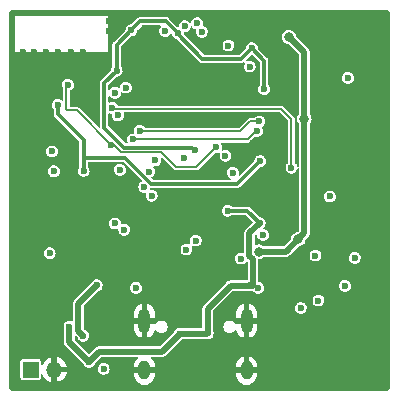
<source format=gbr>
%TF.GenerationSoftware,KiCad,Pcbnew,(6.0.0-rc1-323-gb9e66d8b98)*%
%TF.CreationDate,2021-12-09T23:12:50+08:00*%
%TF.ProjectId,Xterminal,58746572-6d69-46e6-916c-2e6b69636164,rev?*%
%TF.SameCoordinates,PXb340ac0PY76b1be0*%
%TF.FileFunction,Copper,L3,Inr*%
%TF.FilePolarity,Positive*%
%FSLAX46Y46*%
G04 Gerber Fmt 4.6, Leading zero omitted, Abs format (unit mm)*
G04 Created by KiCad (PCBNEW (6.0.0-rc1-323-gb9e66d8b98)) date 2021-12-09 23:12:50*
%MOMM*%
%LPD*%
G01*
G04 APERTURE LIST*
%TA.AperFunction,Profile*%
%ADD10C,0.500000*%
%TD*%
%TA.AperFunction,ComponentPad*%
%ADD11O,1.000000X2.100000*%
%TD*%
%TA.AperFunction,ComponentPad*%
%ADD12O,1.000000X1.600000*%
%TD*%
%TA.AperFunction,ComponentPad*%
%ADD13R,1.350000X1.350000*%
%TD*%
%TA.AperFunction,ComponentPad*%
%ADD14O,1.350000X1.350000*%
%TD*%
%TA.AperFunction,ViaPad*%
%ADD15C,0.600000*%
%TD*%
%TA.AperFunction,ViaPad*%
%ADD16C,0.800000*%
%TD*%
%TA.AperFunction,Conductor*%
%ADD17C,0.300000*%
%TD*%
%TA.AperFunction,Conductor*%
%ADD18C,0.500000*%
%TD*%
%TA.AperFunction,Conductor*%
%ADD19C,0.150000*%
%TD*%
G04 APERTURE END LIST*
D10*
X0Y31750000D02*
X31750000Y31750000D01*
X31750000Y31750000D02*
X31750000Y0D01*
X31750000Y0D02*
X0Y0D01*
X0Y0D02*
X0Y31750000D01*
D11*
%TO.N,GND*%
%TO.C,U3*%
X19814000Y5645000D03*
X11174000Y5645000D03*
D12*
X19814000Y1465000D03*
X11174000Y1465000D03*
%TD*%
D13*
%TO.N,+BATT*%
%TO.C,J1*%
X1540000Y1524000D03*
D14*
%TO.N,GND*%
X3540000Y1524000D03*
%TD*%
D15*
%TO.N,GND*%
X14528800Y16637000D03*
X3937000Y26568400D03*
X685800Y23291800D03*
X889000Y24257000D03*
X2184400Y3632200D03*
X914400Y4013200D03*
X1092200Y7391400D03*
X1219200Y8509000D03*
X1244600Y15163800D03*
X1244600Y16230600D03*
X4013200Y16687800D03*
X5130800Y13436600D03*
X10033000Y14960600D03*
X8966200Y21894800D03*
X12115800Y27533600D03*
X10414000Y29210000D03*
X22606000Y24638000D03*
X26924000Y26162000D03*
X25146000Y30988000D03*
X28194000Y30988000D03*
X30734000Y30734000D03*
X30226000Y22860000D03*
X30226000Y23876000D03*
X27940000Y20574000D03*
X27940000Y19050000D03*
X30734000Y16256000D03*
X30480000Y14986000D03*
X30734000Y11176000D03*
X29210000Y6096000D03*
X29464000Y3810000D03*
X30988000Y1524000D03*
X30734000Y2794000D03*
X30988000Y4318000D03*
X28194000Y762000D03*
X26670000Y762000D03*
X20828000Y7112000D03*
X10922000Y12192000D03*
X16002000Y15240000D03*
X2844800Y28422600D03*
X29591000Y8483600D03*
X1854200Y28448000D03*
X29997400Y1168400D03*
X17526000Y13792200D03*
X20370800Y20701000D03*
X6324600Y12090400D03*
X10033000Y10820400D03*
X30353000Y10312400D03*
X16916400Y2489200D03*
X14757400Y25781000D03*
X8153400Y30149800D03*
X14808200Y26898600D03*
X15925800Y26924000D03*
X14681200Y2514600D03*
X5969000Y28422600D03*
X3708400Y22428200D03*
X18846800Y10160000D03*
X3886200Y28422600D03*
D16*
X23571200Y6223000D03*
D15*
X863600Y28422600D03*
X22047200Y18516600D03*
X11861800Y14147800D03*
X13233400Y2540000D03*
X18389600Y1346200D03*
X16916400Y1346200D03*
X19888200Y16357600D03*
X6096000Y8839200D03*
X20828000Y16433800D03*
X25425400Y20574000D03*
X8026400Y18465800D03*
X16154400Y24790400D03*
X10160000Y9550400D03*
X13868400Y1524000D03*
X4953000Y28422600D03*
X18592800Y12369800D03*
X18592800Y2463800D03*
X15468600Y1473200D03*
X11277600Y11023600D03*
X14833600Y24765000D03*
X23215600Y10287000D03*
X8178800Y31013400D03*
X16078200Y25857200D03*
D16*
%TO.N,+3V3*%
X24206200Y12573000D03*
D15*
X6019801Y18338801D03*
X3835400Y23926800D03*
X20980400Y19177000D03*
D16*
X24714200Y22733000D03*
X23393400Y29692600D03*
X20853400Y11506200D03*
D15*
X10464800Y8432800D03*
%TO.N,/BAT_DET*%
X9601200Y25400000D03*
X9093200Y18440400D03*
%TO.N,+3.3VA*%
X8813800Y26822400D03*
X21310600Y25273000D03*
X10058400Y30251400D03*
X13974000Y30026800D03*
X20269200Y28727400D03*
X15468600Y20091400D03*
%TO.N,+BATT*%
X5994400Y4394200D03*
X7137400Y8661400D03*
X19354800Y10922000D03*
%TO.N,/VCC_SYS_IN*%
X25908000Y7366000D03*
X26873200Y16179800D03*
%TO.N,/GPIO21*%
X24409400Y6731000D03*
X14579461Y30598100D03*
%TO.N,/KEY1_RAW*%
X28143200Y8610600D03*
X28981400Y10972800D03*
%TO.N,/ESP_BOOT*%
X17246600Y20345400D03*
X4695234Y25634456D03*
X8382000Y20548600D03*
%TO.N,/GPIO12*%
X14554200Y19456400D03*
X8686800Y13893800D03*
%TO.N,/CHG_DET*%
X7721600Y1574800D03*
X8686800Y24942800D03*
%TO.N,/GPIO35*%
X8924393Y23046700D03*
X3505200Y18313400D03*
%TO.N,/GPIO25*%
X11557000Y18288000D03*
X3149600Y11379200D03*
%TO.N,/GPIO34*%
X23622000Y18618200D03*
X8432800Y23672800D03*
%TO.N,/GPIO32*%
X10185400Y21005800D03*
X20701000Y21717000D03*
%TO.N,/GPIO33*%
X10795000Y21742400D03*
X20904200Y22529800D03*
%TO.N,/GPIO2*%
X18669000Y18186400D03*
%TO.N,VBUS*%
X6492278Y2174278D03*
X16535400Y4597400D03*
X20929600Y13919200D03*
X18211800Y14960600D03*
X14173200Y4572000D03*
X20167600Y8712200D03*
X20802600Y8432800D03*
X4826000Y5156200D03*
%TO.N,/USB_PWR_DM*%
X14732000Y11684000D03*
X15514500Y12446000D03*
%TO.N,/GPIO4*%
X18034000Y19608800D03*
%TO.N,/GPIO18*%
X20082500Y27178000D03*
%TO.N,/GPIO23*%
X18288000Y28956000D03*
%TO.N,/CH340_TXD*%
X11781586Y16232869D03*
X15627851Y30840884D03*
%TO.N,/CH340_RXD*%
X11159235Y16974343D03*
X12924999Y30173779D03*
%TO.N,/GPIO22*%
X28397200Y26212800D03*
X16027400Y30124400D03*
%TO.N,/GPIO26*%
X12090400Y19227800D03*
X3352800Y19989800D03*
%TO.N,Net-(C8-Pad1)*%
X25654000Y11176000D03*
X21221917Y12915192D03*
%TO.N,Net-(R20-Pad2)*%
X9464300Y13369300D03*
%TD*%
D17*
%TO.N,+3V3*%
X19050000Y17246600D02*
X20980400Y19177000D01*
X11734800Y17246600D02*
X19050000Y17246600D01*
X9525000Y19456400D02*
X11734800Y17246600D01*
D18*
X23393400Y29692600D02*
X24714200Y28371800D01*
D17*
X3835400Y23149024D02*
X3835400Y23926800D01*
X6019800Y20964624D02*
X3835400Y23149024D01*
D18*
X24714200Y28371800D02*
X24714200Y13081000D01*
X20853400Y11506200D02*
X23139400Y11506200D01*
D17*
X6019800Y19456400D02*
X6019801Y18338801D01*
D18*
X23139400Y11506200D02*
X24206200Y12573000D01*
D17*
X6019800Y19456400D02*
X6019800Y20964624D01*
D18*
X24714200Y13081000D02*
X24206200Y12573000D01*
D17*
X6019800Y19456400D02*
X9525000Y19456400D01*
%TO.N,+3.3VA*%
X8813800Y26822400D02*
X7772400Y25781000D01*
X13974000Y30026800D02*
X13974000Y29917200D01*
X13974000Y30026800D02*
X12987400Y31013400D01*
X7772400Y22006024D02*
X9458424Y20320000D01*
X19380200Y27838400D02*
X20269200Y28727400D01*
X21310600Y27686000D02*
X20269200Y28727400D01*
X13974000Y29917200D02*
X16052800Y27838400D01*
X10820400Y31013400D02*
X10058400Y30251400D01*
X16052800Y27838400D02*
X19380200Y27838400D01*
X15240000Y20320000D02*
X15468600Y20091400D01*
X21310600Y25273000D02*
X21310600Y27686000D01*
X8813800Y26822400D02*
X8813800Y29006800D01*
X12987400Y31013400D02*
X10820400Y31013400D01*
X8813800Y29006800D02*
X10058400Y30251400D01*
X7772400Y25781000D02*
X7772400Y22006024D01*
X9458424Y20320000D02*
X15240000Y20320000D01*
D18*
%TO.N,+BATT*%
X7137400Y8661400D02*
X5588000Y7112000D01*
X5588000Y7112000D02*
X5588000Y4800600D01*
X5588000Y4800600D02*
X5994400Y4394200D01*
D19*
%TO.N,/ESP_BOOT*%
X5469899Y23460701D02*
X4636857Y23460701D01*
X8382000Y20548600D02*
X5469899Y23460701D01*
X17246600Y20345400D02*
X15570200Y18669000D01*
X8483600Y20624800D02*
X8458200Y20624800D01*
X8458200Y20624800D02*
X8382000Y20548600D01*
X4555499Y25494721D02*
X4695234Y25634456D01*
X4555499Y23542059D02*
X4555499Y25494721D01*
X13868400Y18669000D02*
X15570200Y18669000D01*
X9169400Y19939000D02*
X8483600Y20624800D01*
X12598400Y19939000D02*
X13868400Y18669000D01*
X9169400Y19939000D02*
X12598400Y19939000D01*
X4636857Y23460701D02*
X4555499Y23542059D01*
%TO.N,/GPIO34*%
X22733000Y23596600D02*
X8509000Y23596600D01*
X23622000Y22707600D02*
X22733000Y23596600D01*
X8509000Y23596600D02*
X8432800Y23672800D01*
X23622000Y18618200D02*
X23622000Y22707600D01*
%TO.N,/GPIO32*%
X20619642Y21717000D02*
X20701000Y21717000D01*
X19908442Y21005800D02*
X20619642Y21717000D01*
X10185400Y21005800D02*
X19908442Y21005800D01*
%TO.N,/GPIO33*%
X20142200Y22529800D02*
X20904200Y22529800D01*
X19304000Y21691600D02*
X20142200Y22529800D01*
X10845800Y21691600D02*
X19304000Y21691600D01*
X10795000Y21742400D02*
X10845800Y21691600D01*
D18*
%TO.N,VBUS*%
X6492278Y2174278D02*
X4826000Y3840556D01*
X18475899Y8620699D02*
X20360701Y8620699D01*
X18475899Y8620699D02*
X16535400Y6680200D01*
D17*
X19888200Y14960600D02*
X20929600Y13919200D01*
D18*
X12649200Y3048000D02*
X14173200Y4572000D01*
X6492278Y2174278D02*
X7366000Y3048000D01*
X20259101Y8620699D02*
X20167600Y8712200D01*
X20053899Y11175035D02*
X20053899Y13043499D01*
D17*
X18211800Y14960600D02*
X19888200Y14960600D01*
D18*
X4826000Y3840556D02*
X4826000Y5156200D01*
X20053899Y13043499D02*
X20929600Y13919200D01*
X14173200Y4572000D02*
X16510000Y4572000D01*
X16535400Y6680200D02*
X16535400Y4597400D01*
X16510000Y4572000D02*
X16535400Y4597400D01*
X20360701Y10868233D02*
X20053899Y11175035D01*
X7366000Y3048000D02*
X12649200Y3048000D01*
X20360701Y8620699D02*
X20360701Y10868233D01*
%TD*%
%TA.AperFunction,Conductor*%
%TO.N,GND*%
G36*
X31523566Y31532687D02*
G01*
X31548876Y31488850D01*
X31550000Y31476000D01*
X31550000Y274000D01*
X31532687Y226434D01*
X31488850Y201124D01*
X31476000Y200000D01*
X20207448Y200000D01*
X20159882Y217313D01*
X20134572Y261150D01*
X20143362Y311000D01*
X20177350Y341602D01*
X20262927Y379703D01*
X20269622Y383568D01*
X20416396Y490206D01*
X20422127Y495366D01*
X20543534Y630201D01*
X20548064Y636437D01*
X20638781Y793564D01*
X20641917Y800607D01*
X20697983Y973158D01*
X20699588Y980707D01*
X20713798Y1115910D01*
X20714000Y1119776D01*
X20714000Y1201952D01*
X20710362Y1211948D01*
X20705075Y1215000D01*
X18927048Y1215000D01*
X18917052Y1211362D01*
X18914000Y1206075D01*
X18914000Y1119776D01*
X18914202Y1115910D01*
X18928412Y980707D01*
X18930017Y973158D01*
X18986083Y800607D01*
X18989219Y793564D01*
X19079936Y636437D01*
X19084466Y630201D01*
X19205873Y495366D01*
X19211604Y490206D01*
X19358377Y383568D01*
X19365072Y379703D01*
X19450649Y341602D01*
X19487062Y306440D01*
X19492353Y256098D01*
X19464047Y214133D01*
X19420551Y200000D01*
X11567448Y200000D01*
X11519882Y217313D01*
X11494572Y261150D01*
X11503362Y311000D01*
X11537350Y341602D01*
X11622927Y379703D01*
X11629622Y383568D01*
X11776396Y490206D01*
X11782127Y495366D01*
X11903534Y630201D01*
X11908064Y636437D01*
X11998781Y793564D01*
X12001917Y800607D01*
X12057983Y973158D01*
X12059588Y980707D01*
X12073798Y1115910D01*
X12074000Y1119776D01*
X12074000Y1201952D01*
X12070362Y1211948D01*
X12065075Y1215000D01*
X10287048Y1215000D01*
X10277052Y1211362D01*
X10274000Y1206075D01*
X10274000Y1119776D01*
X10274202Y1115910D01*
X10288412Y980707D01*
X10290017Y973158D01*
X10346083Y800607D01*
X10349219Y793564D01*
X10439936Y636437D01*
X10444466Y630201D01*
X10565873Y495366D01*
X10571604Y490206D01*
X10718377Y383568D01*
X10725072Y379703D01*
X10810649Y341602D01*
X10847062Y306440D01*
X10852353Y256098D01*
X10824047Y214133D01*
X10780551Y200000D01*
X274000Y200000D01*
X226434Y217313D01*
X201124Y261150D01*
X200000Y274000D01*
X200000Y829252D01*
X664500Y829252D01*
X676133Y770769D01*
X680184Y764707D01*
X680184Y764706D01*
X684374Y758435D01*
X720448Y704448D01*
X726509Y700398D01*
X752393Y683103D01*
X786769Y660133D01*
X831295Y651276D01*
X841682Y649210D01*
X841683Y649210D01*
X845252Y648500D01*
X2234748Y648500D01*
X2238317Y649210D01*
X2238318Y649210D01*
X2248705Y651276D01*
X2293231Y660133D01*
X2327608Y683103D01*
X2353491Y700398D01*
X2359552Y704448D01*
X2395626Y758435D01*
X2399816Y764706D01*
X2399816Y764707D01*
X2403867Y770769D01*
X2415500Y829252D01*
X2415500Y1058057D01*
X2432813Y1105623D01*
X2476650Y1130933D01*
X2526500Y1122143D01*
X2556703Y1089038D01*
X2603619Y987270D01*
X2606987Y981436D01*
X2717104Y825623D01*
X2721493Y820484D01*
X2858151Y687358D01*
X2863406Y683103D01*
X3022036Y577110D01*
X3027973Y573886D01*
X3203272Y498572D01*
X3209691Y496487D01*
X3277272Y481194D01*
X3287825Y482536D01*
X3289795Y484668D01*
X3290000Y485685D01*
X3290000Y486979D01*
X3790000Y486979D01*
X3793638Y476983D01*
X3796051Y475590D01*
X3975903Y536642D01*
X3982073Y539389D01*
X4148535Y632611D01*
X4154105Y636439D01*
X4300788Y758435D01*
X4305565Y763212D01*
X4427561Y909895D01*
X4431389Y915465D01*
X4524611Y1081927D01*
X4527358Y1088097D01*
X4587393Y1264954D01*
X4586030Y1271502D01*
X4582860Y1274000D01*
X3803048Y1274000D01*
X3793052Y1270362D01*
X3790000Y1265075D01*
X3790000Y486979D01*
X3290000Y486979D01*
X3290000Y1580977D01*
X7215991Y1580977D01*
X7216674Y1575754D01*
X7216674Y1575751D01*
X7217173Y1571938D01*
X7234580Y1438821D01*
X7292320Y1307597D01*
X7295712Y1303562D01*
X7381180Y1201884D01*
X7381183Y1201881D01*
X7384570Y1197852D01*
X7388957Y1194932D01*
X7499524Y1121331D01*
X7499527Y1121330D01*
X7503913Y1118410D01*
X7640757Y1075658D01*
X7646025Y1075561D01*
X7646028Y1075561D01*
X7706333Y1074456D01*
X7784099Y1073030D01*
X7789182Y1074416D01*
X7789184Y1074416D01*
X7917327Y1109352D01*
X7917329Y1109353D01*
X7922417Y1110740D01*
X8044591Y1185755D01*
X8140800Y1292046D01*
X8203310Y1421067D01*
X8227096Y1562446D01*
X8227247Y1574800D01*
X8213254Y1672508D01*
X8207670Y1711503D01*
X8207670Y1711504D01*
X8206923Y1716718D01*
X8179225Y1777638D01*
X8149766Y1842429D01*
X8147584Y1847228D01*
X8054000Y1955837D01*
X8049581Y1958701D01*
X8049579Y1958703D01*
X7993275Y1995197D01*
X7933695Y2033815D01*
X7829768Y2064896D01*
X7801392Y2073382D01*
X7801391Y2073382D01*
X7796339Y2074893D01*
X7722703Y2075343D01*
X7658246Y2075737D01*
X7658245Y2075737D01*
X7652976Y2075769D01*
X7515129Y2036372D01*
X7393880Y1959870D01*
X7298977Y1852412D01*
X7238047Y1722637D01*
X7215991Y1580977D01*
X3290000Y1580977D01*
X3290000Y1787048D01*
X3790000Y1787048D01*
X3793638Y1777052D01*
X3798925Y1774000D01*
X4573459Y1774000D01*
X4583455Y1777638D01*
X4584381Y1779243D01*
X4584241Y1782035D01*
X4548819Y1907631D01*
X4546397Y1913939D01*
X4462013Y2085053D01*
X4458488Y2090807D01*
X4344335Y2243676D01*
X4339809Y2248703D01*
X4199718Y2378201D01*
X4194347Y2382322D01*
X4032999Y2484125D01*
X4026979Y2487192D01*
X3849773Y2557891D01*
X3843297Y2559809D01*
X3802798Y2567864D01*
X3792284Y2566246D01*
X3790026Y2563671D01*
X3790000Y2563532D01*
X3790000Y1787048D01*
X3290000Y1787048D01*
X3290000Y2558826D01*
X3286362Y2568822D01*
X3283122Y2570692D01*
X3263923Y2567393D01*
X3257391Y2565642D01*
X3078398Y2499609D01*
X3072307Y2496704D01*
X2908336Y2399151D01*
X2902877Y2395185D01*
X2759433Y2269388D01*
X2754780Y2264484D01*
X2636671Y2114664D01*
X2632985Y2108988D01*
X2554989Y1960742D01*
X2517520Y1926707D01*
X2466940Y1924720D01*
X2426916Y1955710D01*
X2415500Y1995197D01*
X2415500Y2218748D01*
X2403867Y2277231D01*
X2359552Y2343552D01*
X2293231Y2387867D01*
X2248705Y2396724D01*
X2238318Y2398790D01*
X2238317Y2398790D01*
X2234748Y2399500D01*
X845252Y2399500D01*
X841683Y2398790D01*
X841682Y2398790D01*
X831295Y2396724D01*
X786769Y2387867D01*
X720448Y2343552D01*
X676133Y2277231D01*
X664500Y2218748D01*
X664500Y829252D01*
X200000Y829252D01*
X200000Y11385377D01*
X2643991Y11385377D01*
X2644674Y11380154D01*
X2644674Y11380151D01*
X2648104Y11353920D01*
X2662580Y11243221D01*
X2720320Y11111997D01*
X2723712Y11107962D01*
X2809180Y11006284D01*
X2809183Y11006281D01*
X2812570Y11002252D01*
X2816957Y10999332D01*
X2927524Y10925731D01*
X2927527Y10925730D01*
X2931913Y10922810D01*
X3068757Y10880058D01*
X3074025Y10879961D01*
X3074028Y10879961D01*
X3134333Y10878856D01*
X3212099Y10877430D01*
X3217182Y10878816D01*
X3217184Y10878816D01*
X3345327Y10913752D01*
X3345329Y10913753D01*
X3350417Y10915140D01*
X3428868Y10963309D01*
X3468098Y10987396D01*
X3468099Y10987397D01*
X3472591Y10990155D01*
X3568800Y11096446D01*
X3631310Y11225467D01*
X3655096Y11366846D01*
X3655247Y11379200D01*
X3649186Y11421520D01*
X3635670Y11515903D01*
X3635670Y11515904D01*
X3634923Y11521118D01*
X3615480Y11563882D01*
X3577766Y11646829D01*
X3575584Y11651628D01*
X3542368Y11690177D01*
X14226391Y11690177D01*
X14227074Y11684954D01*
X14227074Y11684951D01*
X14231432Y11651628D01*
X14244980Y11548021D01*
X14302720Y11416797D01*
X14306112Y11412762D01*
X14391580Y11311084D01*
X14391583Y11311081D01*
X14394970Y11307052D01*
X14399357Y11304132D01*
X14509924Y11230531D01*
X14509927Y11230530D01*
X14514313Y11227610D01*
X14651157Y11184858D01*
X14656425Y11184761D01*
X14656428Y11184761D01*
X14716733Y11183656D01*
X14794499Y11182230D01*
X14799582Y11183616D01*
X14799584Y11183616D01*
X14927727Y11218552D01*
X14927729Y11218553D01*
X14932817Y11219940D01*
X15054991Y11294955D01*
X15151200Y11401246D01*
X15213710Y11530267D01*
X15237496Y11671646D01*
X15237647Y11684000D01*
X15217323Y11825918D01*
X15183262Y11900832D01*
X15179335Y11951297D01*
X15208765Y11992481D01*
X15257783Y12005112D01*
X15287532Y11994520D01*
X15287666Y11994801D01*
X15290384Y11993505D01*
X15291627Y11993062D01*
X15296813Y11989610D01*
X15433657Y11946858D01*
X15438925Y11946761D01*
X15438928Y11946761D01*
X15499233Y11945656D01*
X15576999Y11944230D01*
X15582082Y11945616D01*
X15582084Y11945616D01*
X15710227Y11980552D01*
X15710229Y11980553D01*
X15715317Y11981940D01*
X15829079Y12051790D01*
X15832998Y12054196D01*
X15832999Y12054197D01*
X15837491Y12056955D01*
X15933700Y12163246D01*
X15996210Y12292267D01*
X16019996Y12433646D01*
X16020147Y12446000D01*
X16007355Y12535324D01*
X16000570Y12582703D01*
X16000570Y12582704D01*
X15999823Y12587918D01*
X15981358Y12628531D01*
X15942666Y12713629D01*
X15940484Y12718428D01*
X15853813Y12819014D01*
X15850340Y12823045D01*
X15850339Y12823046D01*
X15846900Y12827037D01*
X15842481Y12829901D01*
X15842479Y12829903D01*
X15783986Y12867816D01*
X15726595Y12905015D01*
X15611382Y12939471D01*
X15594292Y12944582D01*
X15594291Y12944582D01*
X15589239Y12946093D01*
X15515603Y12946543D01*
X15451146Y12946937D01*
X15451145Y12946937D01*
X15445876Y12946969D01*
X15308029Y12907572D01*
X15186780Y12831070D01*
X15176133Y12819014D01*
X15109447Y12743506D01*
X15091877Y12723612D01*
X15030947Y12593837D01*
X15008891Y12452177D01*
X15009574Y12446954D01*
X15009574Y12446951D01*
X15013946Y12413519D01*
X15027480Y12310021D01*
X15029603Y12305196D01*
X15063899Y12227252D01*
X15067210Y12176741D01*
X15037278Y12135920D01*
X14988110Y12123889D01*
X14955916Y12135353D01*
X14948519Y12140148D01*
X14948516Y12140149D01*
X14944095Y12143015D01*
X14824448Y12178797D01*
X14811792Y12182582D01*
X14811791Y12182582D01*
X14806739Y12184093D01*
X14733103Y12184543D01*
X14668646Y12184937D01*
X14668645Y12184937D01*
X14663376Y12184969D01*
X14525529Y12145572D01*
X14404280Y12069070D01*
X14372063Y12032591D01*
X14318624Y11972082D01*
X14309377Y11961612D01*
X14248447Y11831837D01*
X14226391Y11690177D01*
X3542368Y11690177D01*
X3482000Y11760237D01*
X3477581Y11763101D01*
X3477579Y11763103D01*
X3437668Y11788972D01*
X3361695Y11838215D01*
X3257768Y11869296D01*
X3229392Y11877782D01*
X3229391Y11877782D01*
X3224339Y11879293D01*
X3150703Y11879743D01*
X3086246Y11880137D01*
X3086245Y11880137D01*
X3080976Y11880169D01*
X2943129Y11840772D01*
X2821880Y11764270D01*
X2814793Y11756245D01*
X2737585Y11668823D01*
X2726977Y11656812D01*
X2666047Y11527037D01*
X2665237Y11521832D01*
X2665236Y11521830D01*
X2655230Y11457563D01*
X2643991Y11385377D01*
X200000Y11385377D01*
X200000Y13899977D01*
X8181191Y13899977D01*
X8181874Y13894754D01*
X8181874Y13894751D01*
X8183614Y13881446D01*
X8199780Y13757821D01*
X8257520Y13626597D01*
X8260912Y13622562D01*
X8346380Y13520884D01*
X8346383Y13520881D01*
X8349770Y13516852D01*
X8354157Y13513932D01*
X8464724Y13440331D01*
X8464727Y13440330D01*
X8469113Y13437410D01*
X8605957Y13394658D01*
X8611225Y13394561D01*
X8611228Y13394561D01*
X8671533Y13393456D01*
X8749299Y13392030D01*
X8754382Y13393416D01*
X8754384Y13393416D01*
X8867553Y13424270D01*
X8917998Y13420079D01*
X8953947Y13384442D01*
X8960392Y13362473D01*
X8977280Y13233321D01*
X9035020Y13102097D01*
X9044104Y13091290D01*
X9123880Y12996384D01*
X9123883Y12996381D01*
X9127270Y12992352D01*
X9131657Y12989432D01*
X9242224Y12915831D01*
X9242227Y12915830D01*
X9246613Y12912910D01*
X9383457Y12870158D01*
X9388725Y12870061D01*
X9388728Y12870061D01*
X9449033Y12868956D01*
X9526799Y12867530D01*
X9531882Y12868916D01*
X9531884Y12868916D01*
X9660027Y12903852D01*
X9660029Y12903853D01*
X9665117Y12905240D01*
X9729192Y12944582D01*
X9782798Y12977496D01*
X9782799Y12977497D01*
X9787291Y12980255D01*
X9883500Y13086546D01*
X9946010Y13215567D01*
X9969796Y13356946D01*
X9969947Y13369300D01*
X9966329Y13394561D01*
X9950370Y13506003D01*
X9950370Y13506004D01*
X9949623Y13511218D01*
X9890284Y13641728D01*
X9796700Y13750337D01*
X9792281Y13753201D01*
X9792279Y13753203D01*
X9752368Y13779072D01*
X9676395Y13828315D01*
X9572468Y13859396D01*
X9544092Y13867882D01*
X9544091Y13867882D01*
X9539039Y13869393D01*
X9465403Y13869843D01*
X9400946Y13870237D01*
X9400945Y13870237D01*
X9395676Y13870269D01*
X9350895Y13857471D01*
X9285238Y13838706D01*
X9234745Y13842281D01*
X9198364Y13877476D01*
X9191650Y13899366D01*
X9172870Y14030504D01*
X9172869Y14030506D01*
X9172123Y14035718D01*
X9169160Y14042236D01*
X9114966Y14161429D01*
X9112784Y14166228D01*
X9019200Y14274837D01*
X9014781Y14277701D01*
X9014779Y14277703D01*
X8974868Y14303572D01*
X8898895Y14352815D01*
X8794968Y14383896D01*
X8766592Y14392382D01*
X8766591Y14392382D01*
X8761539Y14393893D01*
X8687903Y14394343D01*
X8623446Y14394737D01*
X8623445Y14394737D01*
X8618176Y14394769D01*
X8480329Y14355372D01*
X8359080Y14278870D01*
X8351993Y14270845D01*
X8277793Y14186829D01*
X8264177Y14171412D01*
X8203247Y14041637D01*
X8202437Y14036432D01*
X8202436Y14036430D01*
X8195193Y13989910D01*
X8181191Y13899977D01*
X200000Y13899977D01*
X200000Y18319577D01*
X2999591Y18319577D01*
X3000274Y18314354D01*
X3000274Y18314351D01*
X3002383Y18298223D01*
X3018180Y18177421D01*
X3075920Y18046197D01*
X3079312Y18042162D01*
X3164780Y17940484D01*
X3164783Y17940481D01*
X3168170Y17936452D01*
X3172557Y17933532D01*
X3283124Y17859931D01*
X3283127Y17859930D01*
X3287513Y17857010D01*
X3424357Y17814258D01*
X3429625Y17814161D01*
X3429628Y17814161D01*
X3489933Y17813056D01*
X3567699Y17811630D01*
X3572782Y17813016D01*
X3572784Y17813016D01*
X3700927Y17847952D01*
X3700929Y17847953D01*
X3706017Y17849340D01*
X3813219Y17915162D01*
X3823698Y17921596D01*
X3823699Y17921597D01*
X3828191Y17924355D01*
X3924400Y18030646D01*
X3986910Y18159667D01*
X4010696Y18301046D01*
X4010847Y18313400D01*
X4005463Y18350997D01*
X3991270Y18450103D01*
X3991270Y18450104D01*
X3990523Y18455318D01*
X3931184Y18585828D01*
X3852956Y18676616D01*
X3841040Y18690445D01*
X3841039Y18690446D01*
X3837600Y18694437D01*
X3833181Y18697301D01*
X3833179Y18697303D01*
X3784953Y18728561D01*
X3717295Y18772415D01*
X3613368Y18803496D01*
X3584992Y18811982D01*
X3584991Y18811982D01*
X3579939Y18813493D01*
X3506303Y18813943D01*
X3441846Y18814337D01*
X3441845Y18814337D01*
X3436576Y18814369D01*
X3298729Y18774972D01*
X3294269Y18772158D01*
X3292125Y18770805D01*
X3177480Y18698470D01*
X3138405Y18654226D01*
X3096194Y18606430D01*
X3082577Y18591012D01*
X3021647Y18461237D01*
X3020837Y18456032D01*
X3020836Y18456030D01*
X3016925Y18430909D01*
X2999591Y18319577D01*
X200000Y18319577D01*
X200000Y19995977D01*
X2847191Y19995977D01*
X2847874Y19990754D01*
X2847874Y19990751D01*
X2852354Y19956493D01*
X2865780Y19853821D01*
X2923520Y19722597D01*
X2939876Y19703139D01*
X3012380Y19616884D01*
X3012383Y19616881D01*
X3015770Y19612852D01*
X3050510Y19589727D01*
X3130724Y19536331D01*
X3130727Y19536330D01*
X3135113Y19533410D01*
X3271957Y19490658D01*
X3277225Y19490561D01*
X3277228Y19490561D01*
X3337533Y19489456D01*
X3415299Y19488030D01*
X3420382Y19489416D01*
X3420384Y19489416D01*
X3548527Y19524352D01*
X3548529Y19524353D01*
X3553617Y19525740D01*
X3646956Y19583050D01*
X3671298Y19597996D01*
X3671299Y19597997D01*
X3675791Y19600755D01*
X3772000Y19707046D01*
X3834510Y19836067D01*
X3858296Y19977446D01*
X3858447Y19989800D01*
X3846701Y20071821D01*
X3838870Y20126503D01*
X3838870Y20126504D01*
X3838123Y20131718D01*
X3789748Y20238115D01*
X3780966Y20257429D01*
X3778784Y20262228D01*
X3707118Y20345400D01*
X3688640Y20366845D01*
X3688639Y20366846D01*
X3685200Y20370837D01*
X3680781Y20373701D01*
X3680779Y20373703D01*
X3612671Y20417848D01*
X3564895Y20448815D01*
X3453587Y20482103D01*
X3432592Y20488382D01*
X3432591Y20488382D01*
X3427539Y20489893D01*
X3353903Y20490343D01*
X3289446Y20490737D01*
X3289445Y20490737D01*
X3284176Y20490769D01*
X3146329Y20451372D01*
X3025080Y20374870D01*
X2971766Y20314503D01*
X2941011Y20279679D01*
X2930177Y20267412D01*
X2869247Y20137637D01*
X2868437Y20132432D01*
X2868436Y20132430D01*
X2864682Y20108320D01*
X2847191Y19995977D01*
X200000Y19995977D01*
X200000Y23932977D01*
X3329791Y23932977D01*
X3348380Y23790821D01*
X3406120Y23659597D01*
X3425683Y23636324D01*
X3467546Y23586522D01*
X3484900Y23538906D01*
X3484900Y23194311D01*
X3483242Y23178736D01*
X3480449Y23165763D01*
X3481168Y23159688D01*
X3481168Y23159687D01*
X3484387Y23132491D01*
X3484900Y23123793D01*
X3484900Y23119909D01*
X3485402Y23116895D01*
X3485402Y23116891D01*
X3487993Y23101323D01*
X3488484Y23097873D01*
X3493445Y23055959D01*
X3494164Y23049886D01*
X3496811Y23044374D01*
X3497141Y23043237D01*
X3497325Y23042429D01*
X3497510Y23041844D01*
X3497818Y23041092D01*
X3498208Y23039953D01*
X3499212Y23033921D01*
X3502117Y23028538D01*
X3522166Y22991379D01*
X3523748Y22988273D01*
X3542655Y22948899D01*
X3542662Y22948889D01*
X3544674Y22944698D01*
X3547992Y22940750D01*
X3548945Y22939797D01*
X3551868Y22936334D01*
X3554622Y22931230D01*
X3576593Y22910920D01*
X3591777Y22896884D01*
X3593872Y22894870D01*
X5647626Y20841116D01*
X5669018Y20795240D01*
X5669300Y20788790D01*
X5669300Y19475026D01*
X5669024Y19468641D01*
X5665549Y19428520D01*
X5667024Y19422583D01*
X5667117Y19422209D01*
X5669300Y19404368D01*
X5669301Y18726076D01*
X5650767Y18677091D01*
X5597178Y18616413D01*
X5536248Y18486638D01*
X5535438Y18481433D01*
X5535437Y18481431D01*
X5529489Y18443228D01*
X5514192Y18344978D01*
X5514875Y18339755D01*
X5514875Y18339752D01*
X5518812Y18309648D01*
X5532781Y18202822D01*
X5590521Y18071598D01*
X5599605Y18060791D01*
X5679381Y17965885D01*
X5679384Y17965882D01*
X5682771Y17961853D01*
X5687158Y17958933D01*
X5797725Y17885332D01*
X5797728Y17885331D01*
X5802114Y17882411D01*
X5938958Y17839659D01*
X5944226Y17839562D01*
X5944229Y17839562D01*
X6004534Y17838457D01*
X6082300Y17837031D01*
X6087383Y17838417D01*
X6087385Y17838417D01*
X6215528Y17873353D01*
X6215530Y17873354D01*
X6220618Y17874741D01*
X6300883Y17924024D01*
X6338299Y17946997D01*
X6338300Y17946998D01*
X6342792Y17949756D01*
X6439001Y18056047D01*
X6501511Y18185068D01*
X6525297Y18326447D01*
X6525448Y18338801D01*
X6523010Y18355824D01*
X6510014Y18446577D01*
X8587591Y18446577D01*
X8588274Y18441354D01*
X8588274Y18441351D01*
X8588773Y18437538D01*
X8606180Y18304421D01*
X8639298Y18229155D01*
X8658111Y18186400D01*
X8663920Y18173197D01*
X8673004Y18162390D01*
X8752780Y18067484D01*
X8752783Y18067481D01*
X8756170Y18063452D01*
X8767894Y18055648D01*
X8871124Y17986931D01*
X8871127Y17986930D01*
X8875513Y17984010D01*
X9012357Y17941258D01*
X9017625Y17941161D01*
X9017628Y17941161D01*
X9077933Y17940056D01*
X9155699Y17938630D01*
X9160782Y17940016D01*
X9160784Y17940016D01*
X9288927Y17974952D01*
X9288929Y17974953D01*
X9294017Y17976340D01*
X9386201Y18032941D01*
X9411698Y18048596D01*
X9411699Y18048597D01*
X9416191Y18051355D01*
X9512400Y18157646D01*
X9574910Y18286667D01*
X9598696Y18428046D01*
X9598847Y18440400D01*
X9591967Y18488445D01*
X9579270Y18577103D01*
X9579270Y18577104D01*
X9578523Y18582318D01*
X9543508Y18659331D01*
X9521366Y18708029D01*
X9519184Y18712828D01*
X9433747Y18811982D01*
X9429040Y18817445D01*
X9429039Y18817446D01*
X9425600Y18821437D01*
X9421181Y18824301D01*
X9421179Y18824303D01*
X9366751Y18859581D01*
X9305295Y18899415D01*
X9201368Y18930496D01*
X9172992Y18938982D01*
X9172991Y18938982D01*
X9167939Y18940493D01*
X9094303Y18940943D01*
X9029846Y18941337D01*
X9029845Y18941337D01*
X9024576Y18941369D01*
X8886729Y18901972D01*
X8765480Y18825470D01*
X8722162Y18776421D01*
X8677699Y18726076D01*
X8670577Y18718012D01*
X8609647Y18588237D01*
X8608837Y18583032D01*
X8608836Y18583030D01*
X8606124Y18565612D01*
X8587591Y18446577D01*
X6510014Y18446577D01*
X6505871Y18475504D01*
X6505871Y18475505D01*
X6505124Y18480719D01*
X6448233Y18605846D01*
X6447967Y18606430D01*
X6445785Y18611229D01*
X6390638Y18675230D01*
X6388241Y18678012D01*
X6370301Y18726316D01*
X6370301Y18859581D01*
X6370300Y19031900D01*
X6387613Y19079466D01*
X6431450Y19104776D01*
X6444300Y19105900D01*
X9349166Y19105900D01*
X9396732Y19088587D01*
X9401492Y19084226D01*
X10946773Y17538945D01*
X10968165Y17493069D01*
X10955064Y17444174D01*
X10933935Y17424035D01*
X10831515Y17359413D01*
X10736612Y17251955D01*
X10675682Y17122180D01*
X10653626Y16980520D01*
X10654309Y16975297D01*
X10654309Y16975294D01*
X10656415Y16959192D01*
X10672215Y16838364D01*
X10729955Y16707140D01*
X10733347Y16703105D01*
X10818815Y16601427D01*
X10818818Y16601424D01*
X10822205Y16597395D01*
X10826592Y16594475D01*
X10937159Y16520874D01*
X10937162Y16520873D01*
X10941548Y16517953D01*
X11078392Y16475201D01*
X11083660Y16475104D01*
X11083663Y16475104D01*
X11150063Y16473887D01*
X11219053Y16472622D01*
X11219054Y16472622D01*
X11221734Y16472573D01*
X11221724Y16472011D01*
X11267348Y16461565D01*
X11297885Y16421194D01*
X11297922Y16380723D01*
X11298033Y16380706D01*
X11297222Y16375497D01*
X11297221Y16375494D01*
X11288849Y16321718D01*
X11275977Y16239046D01*
X11276660Y16233823D01*
X11276660Y16233820D01*
X11277159Y16230007D01*
X11294566Y16096890D01*
X11352306Y15965666D01*
X11355698Y15961631D01*
X11441166Y15859953D01*
X11441169Y15859950D01*
X11444556Y15855921D01*
X11448943Y15853001D01*
X11559510Y15779400D01*
X11559513Y15779399D01*
X11563899Y15776479D01*
X11700743Y15733727D01*
X11706011Y15733630D01*
X11706014Y15733630D01*
X11766319Y15732525D01*
X11844085Y15731099D01*
X11849168Y15732485D01*
X11849170Y15732485D01*
X11977313Y15767421D01*
X11977315Y15767422D01*
X11982403Y15768809D01*
X12104577Y15843824D01*
X12200786Y15950115D01*
X12263296Y16079136D01*
X12287082Y16220515D01*
X12287233Y16232869D01*
X12266909Y16374787D01*
X12227546Y16461363D01*
X12209752Y16500498D01*
X12207570Y16505297D01*
X12113986Y16613906D01*
X12109567Y16616770D01*
X12109565Y16616772D01*
X12069376Y16642821D01*
X11993681Y16691884D01*
X11889754Y16722965D01*
X11861378Y16731451D01*
X11861377Y16731451D01*
X11856325Y16732962D01*
X11761258Y16733543D01*
X11713308Y16733836D01*
X11665848Y16751439D01*
X11640807Y16795431D01*
X11642561Y16820338D01*
X11640945Y16820610D01*
X11643079Y16833292D01*
X11668041Y16877324D01*
X11713147Y16894955D01*
X11740837Y16896043D01*
X11743742Y16896100D01*
X19004713Y16896100D01*
X19020288Y16894442D01*
X19033261Y16891649D01*
X19039336Y16892368D01*
X19039337Y16892368D01*
X19066533Y16895587D01*
X19075231Y16896100D01*
X19079115Y16896100D01*
X19082129Y16896602D01*
X19082133Y16896602D01*
X19097701Y16899193D01*
X19101151Y16899684D01*
X19143065Y16904645D01*
X19143066Y16904645D01*
X19149138Y16905364D01*
X19154650Y16908011D01*
X19155787Y16908341D01*
X19156595Y16908525D01*
X19157180Y16908710D01*
X19157932Y16909018D01*
X19159071Y16909408D01*
X19165103Y16910412D01*
X19188324Y16922941D01*
X19207645Y16933366D01*
X19210751Y16934948D01*
X19250125Y16953855D01*
X19250135Y16953862D01*
X19254326Y16955874D01*
X19258274Y16959192D01*
X19259226Y16960144D01*
X19262693Y16963070D01*
X19267794Y16965822D01*
X19302153Y17002991D01*
X19304167Y17005085D01*
X20123022Y17823940D01*
X20953307Y18654226D01*
X20999183Y18675618D01*
X21006989Y18675888D01*
X21023188Y18675591D01*
X21042899Y18675230D01*
X21047981Y18676615D01*
X21047985Y18676616D01*
X21176127Y18711552D01*
X21176129Y18711553D01*
X21181217Y18712940D01*
X21243238Y18751021D01*
X21298898Y18785196D01*
X21298899Y18785197D01*
X21303391Y18787955D01*
X21399600Y18894246D01*
X21462110Y19023267D01*
X21485896Y19164646D01*
X21486047Y19177000D01*
X21465723Y19318918D01*
X21406384Y19449428D01*
X21312800Y19558037D01*
X21308381Y19560901D01*
X21308379Y19560903D01*
X21260153Y19592161D01*
X21192495Y19636015D01*
X21087269Y19667484D01*
X21060192Y19675582D01*
X21060191Y19675582D01*
X21055139Y19677093D01*
X20981503Y19677543D01*
X20917046Y19677937D01*
X20917045Y19677937D01*
X20911776Y19677969D01*
X20773929Y19638572D01*
X20769469Y19635758D01*
X20765792Y19633438D01*
X20652680Y19562070D01*
X20620595Y19525740D01*
X20561854Y19459228D01*
X20557777Y19454612D01*
X20496847Y19324837D01*
X20496037Y19319632D01*
X20496036Y19319630D01*
X20475537Y19187968D01*
X20454744Y19147026D01*
X19276056Y17968338D01*
X19230180Y17946946D01*
X19181285Y17960047D01*
X19152251Y18001511D01*
X19150756Y18032941D01*
X19154644Y18056047D01*
X19174496Y18174046D01*
X19174647Y18186400D01*
X19166214Y18245284D01*
X19155070Y18323103D01*
X19155070Y18323104D01*
X19154323Y18328318D01*
X19105948Y18434715D01*
X19097166Y18454029D01*
X19094984Y18458828D01*
X19022477Y18542976D01*
X19004840Y18563445D01*
X19004839Y18563446D01*
X19001400Y18567437D01*
X18996981Y18570301D01*
X18996979Y18570303D01*
X18957068Y18596172D01*
X18881095Y18645415D01*
X18772098Y18678012D01*
X18748792Y18684982D01*
X18748791Y18684982D01*
X18743739Y18686493D01*
X18670103Y18686943D01*
X18605646Y18687337D01*
X18605645Y18687337D01*
X18600376Y18687369D01*
X18462529Y18647972D01*
X18341280Y18571470D01*
X18327290Y18555629D01*
X18262459Y18482221D01*
X18246377Y18464012D01*
X18185447Y18334237D01*
X18184637Y18329032D01*
X18184636Y18329030D01*
X18177802Y18285138D01*
X18163391Y18192577D01*
X18164074Y18187354D01*
X18164074Y18187351D01*
X18168599Y18152752D01*
X18181980Y18050421D01*
X18239720Y17919197D01*
X18256735Y17898955D01*
X18328580Y17813484D01*
X18328583Y17813481D01*
X18331970Y17809452D01*
X18336357Y17806532D01*
X18447272Y17732700D01*
X18477274Y17691931D01*
X18474052Y17641415D01*
X18439112Y17604789D01*
X18406267Y17597100D01*
X11910634Y17597100D01*
X11863068Y17614413D01*
X11858308Y17618774D01*
X11759279Y17717803D01*
X11737887Y17763679D01*
X11750988Y17812574D01*
X11772885Y17833190D01*
X11875494Y17896193D01*
X11875498Y17896196D01*
X11879991Y17898955D01*
X11976200Y18005246D01*
X12038710Y18134267D01*
X12062496Y18275646D01*
X12062647Y18288000D01*
X12059419Y18310538D01*
X12043070Y18424703D01*
X12043070Y18424704D01*
X12042323Y18429918D01*
X12033146Y18450103D01*
X11985166Y18555629D01*
X11982984Y18560428D01*
X11978518Y18565612D01*
X11954914Y18593005D01*
X11941984Y18608011D01*
X11924049Y18655346D01*
X11940737Y18703135D01*
X11984239Y18729016D01*
X12007407Y18729330D01*
X12009557Y18728658D01*
X12014820Y18728562D01*
X12014823Y18728561D01*
X12082595Y18727319D01*
X12152899Y18726030D01*
X12157982Y18727416D01*
X12157984Y18727416D01*
X12286127Y18762352D01*
X12286129Y18762353D01*
X12291217Y18763740D01*
X12372300Y18813525D01*
X12408898Y18835996D01*
X12408899Y18835997D01*
X12413391Y18838755D01*
X12509600Y18945046D01*
X12572110Y19074067D01*
X12595896Y19215446D01*
X12596047Y19227800D01*
X12575723Y19369718D01*
X12573541Y19374518D01*
X12572186Y19379150D01*
X12575451Y19429664D01*
X12610422Y19466260D01*
X12660735Y19471816D01*
X12695537Y19452247D01*
X13649255Y18498529D01*
X13658456Y18487318D01*
X13669776Y18470376D01*
X13675837Y18466326D01*
X13691246Y18456030D01*
X13692777Y18455007D01*
X13692778Y18455006D01*
X13760905Y18409485D01*
X13768050Y18408064D01*
X13768052Y18408063D01*
X13861251Y18389525D01*
X13868400Y18388103D01*
X13888384Y18392078D01*
X13902820Y18393500D01*
X15535780Y18393500D01*
X15550216Y18392078D01*
X15570200Y18388103D01*
X15597332Y18393500D01*
X15597335Y18393500D01*
X15670548Y18408063D01*
X15670550Y18408064D01*
X15677695Y18409485D01*
X15738484Y18450103D01*
X15745361Y18454698D01*
X15745392Y18454719D01*
X15745822Y18455006D01*
X15747156Y18453008D01*
X15747158Y18453009D01*
X15745823Y18455007D01*
X15762763Y18466326D01*
X15768824Y18470376D01*
X15780144Y18487318D01*
X15789345Y18498529D01*
X17115352Y19824536D01*
X17161228Y19845928D01*
X17169033Y19846198D01*
X17309099Y19843630D01*
X17314182Y19845016D01*
X17314184Y19845016D01*
X17442327Y19879952D01*
X17442329Y19879953D01*
X17447417Y19881340D01*
X17463575Y19891261D01*
X17513169Y19901396D01*
X17557675Y19877281D01*
X17576268Y19830201D01*
X17569279Y19796749D01*
X17552687Y19761411D01*
X17552684Y19761402D01*
X17550447Y19756637D01*
X17549637Y19751432D01*
X17549636Y19751430D01*
X17541995Y19702355D01*
X17528391Y19614977D01*
X17529074Y19609754D01*
X17529074Y19609751D01*
X17531524Y19591016D01*
X17546980Y19472821D01*
X17604720Y19341597D01*
X17618808Y19324837D01*
X17693580Y19235884D01*
X17693583Y19235881D01*
X17696970Y19231852D01*
X17707357Y19224938D01*
X17811924Y19155331D01*
X17811927Y19155330D01*
X17816313Y19152410D01*
X17953157Y19109658D01*
X17958425Y19109561D01*
X17958428Y19109561D01*
X18018733Y19108456D01*
X18096499Y19107030D01*
X18101582Y19108416D01*
X18101584Y19108416D01*
X18229727Y19143352D01*
X18229729Y19143353D01*
X18234817Y19144740D01*
X18315084Y19194024D01*
X18352498Y19216996D01*
X18352499Y19216997D01*
X18356991Y19219755D01*
X18453200Y19326046D01*
X18515710Y19455067D01*
X18539496Y19596446D01*
X18539647Y19608800D01*
X18536119Y19633438D01*
X18520070Y19745503D01*
X18520070Y19745504D01*
X18519323Y19750718D01*
X18492633Y19809421D01*
X18462166Y19876429D01*
X18459984Y19881228D01*
X18403925Y19946288D01*
X18369840Y19985845D01*
X18369839Y19985846D01*
X18366400Y19989837D01*
X18361981Y19992701D01*
X18361979Y19992703D01*
X18322068Y20018572D01*
X18246095Y20067815D01*
X18142168Y20098896D01*
X18113792Y20107382D01*
X18113791Y20107382D01*
X18108739Y20108893D01*
X18035103Y20109343D01*
X17970646Y20109737D01*
X17970645Y20109737D01*
X17965376Y20109769D01*
X17827529Y20070372D01*
X17823071Y20067559D01*
X17818958Y20064964D01*
X17769491Y20054225D01*
X17724695Y20077795D01*
X17705529Y20124645D01*
X17712876Y20159812D01*
X17728310Y20191667D01*
X17752096Y20333046D01*
X17752247Y20345400D01*
X17731923Y20487318D01*
X17672584Y20617828D01*
X17672170Y20618309D01*
X17661549Y20665834D01*
X17684845Y20710773D01*
X17734932Y20730300D01*
X19874022Y20730300D01*
X19888458Y20728878D01*
X19908442Y20724903D01*
X19935574Y20730300D01*
X19935577Y20730300D01*
X20008790Y20744863D01*
X20008792Y20744864D01*
X20015937Y20746285D01*
X20074343Y20785311D01*
X20084064Y20791806D01*
X20084065Y20791807D01*
X20107066Y20807176D01*
X20118386Y20824118D01*
X20127587Y20835329D01*
X20504653Y21212395D01*
X20550529Y21233787D01*
X20579045Y21230702D01*
X20620157Y21217858D01*
X20625425Y21217761D01*
X20625428Y21217761D01*
X20685733Y21216656D01*
X20763499Y21215230D01*
X20768582Y21216616D01*
X20768584Y21216616D01*
X20896727Y21251552D01*
X20896729Y21251553D01*
X20901817Y21252940D01*
X20976203Y21298613D01*
X21019498Y21325196D01*
X21019499Y21325197D01*
X21023991Y21327955D01*
X21120200Y21434246D01*
X21182710Y21563267D01*
X21206496Y21704646D01*
X21206647Y21717000D01*
X21186323Y21858918D01*
X21126984Y21989428D01*
X21125452Y21991206D01*
X21114674Y22039421D01*
X21137968Y22084361D01*
X21149338Y22092953D01*
X21222698Y22137996D01*
X21222699Y22137997D01*
X21227191Y22140755D01*
X21323400Y22247046D01*
X21385910Y22376067D01*
X21409696Y22517446D01*
X21409847Y22529800D01*
X21389523Y22671718D01*
X21363741Y22728424D01*
X21332366Y22797429D01*
X21330184Y22802228D01*
X21256088Y22888220D01*
X21240040Y22906845D01*
X21240039Y22906846D01*
X21236600Y22910837D01*
X21232181Y22913701D01*
X21232179Y22913703D01*
X21184359Y22944698D01*
X21116295Y22988815D01*
X21012368Y23019896D01*
X20983992Y23028382D01*
X20983991Y23028382D01*
X20978939Y23029893D01*
X20905303Y23030343D01*
X20840846Y23030737D01*
X20840845Y23030737D01*
X20835576Y23030769D01*
X20697729Y22991372D01*
X20576480Y22914870D01*
X20557136Y22892967D01*
X20501804Y22830315D01*
X20457340Y22806122D01*
X20446338Y22805300D01*
X20176620Y22805300D01*
X20162184Y22806722D01*
X20149349Y22809275D01*
X20142200Y22810697D01*
X20115068Y22805300D01*
X20115065Y22805300D01*
X20041852Y22790737D01*
X20041850Y22790736D01*
X20034705Y22789315D01*
X19996738Y22763946D01*
X19966578Y22743794D01*
X19966577Y22743793D01*
X19943576Y22728424D01*
X19939527Y22722364D01*
X19932258Y22711485D01*
X19923055Y22700271D01*
X19211558Y21988774D01*
X19165682Y21967382D01*
X19159232Y21967100D01*
X11290328Y21967100D01*
X11242762Y21984413D01*
X11226457Y22005877D01*
X11226006Y22005588D01*
X11223166Y22010028D01*
X11220984Y22014828D01*
X11127400Y22123437D01*
X11122981Y22126301D01*
X11122979Y22126303D01*
X11083068Y22152172D01*
X11007095Y22201415D01*
X10888150Y22236987D01*
X10874792Y22240982D01*
X10874791Y22240982D01*
X10869739Y22242493D01*
X10796103Y22242943D01*
X10731646Y22243337D01*
X10731645Y22243337D01*
X10726376Y22243369D01*
X10588529Y22203972D01*
X10467280Y22127470D01*
X10372377Y22020012D01*
X10311447Y21890237D01*
X10310637Y21885032D01*
X10310636Y21885030D01*
X10306571Y21858918D01*
X10289391Y21748577D01*
X10290074Y21743354D01*
X10290074Y21743351D01*
X10306001Y21621554D01*
X10307980Y21606421D01*
X10310105Y21601591D01*
X10310571Y21599923D01*
X10306688Y21549453D01*
X10271272Y21513287D01*
X10238845Y21506023D01*
X10196640Y21506281D01*
X10122046Y21506737D01*
X10122045Y21506737D01*
X10116776Y21506769D01*
X9978929Y21467372D01*
X9857680Y21390870D01*
X9762777Y21283412D01*
X9701847Y21153637D01*
X9701037Y21148432D01*
X9701036Y21148430D01*
X9696962Y21122265D01*
X9679791Y21011977D01*
X9680474Y21006754D01*
X9680474Y21006751D01*
X9682684Y20989855D01*
X9698380Y20869821D01*
X9734035Y20788790D01*
X9740409Y20774303D01*
X9743720Y20723793D01*
X9713788Y20682971D01*
X9672676Y20670500D01*
X9634258Y20670500D01*
X9586692Y20687813D01*
X9581932Y20692174D01*
X8144574Y22129532D01*
X8123182Y22175408D01*
X8122900Y22181858D01*
X8122900Y23144573D01*
X8140213Y23192139D01*
X8184050Y23217449D01*
X8218967Y23215206D01*
X8351957Y23173658D01*
X8357228Y23173561D01*
X8362434Y23172718D01*
X8361996Y23170017D01*
X8399818Y23155426D01*
X8424284Y23111113D01*
X8424295Y23088275D01*
X8418784Y23052877D01*
X8419467Y23047654D01*
X8419467Y23047651D01*
X8421987Y23028382D01*
X8437373Y22910721D01*
X8495113Y22779497D01*
X8498505Y22775462D01*
X8583973Y22673784D01*
X8583976Y22673781D01*
X8587363Y22669752D01*
X8591750Y22666832D01*
X8702317Y22593231D01*
X8702320Y22593230D01*
X8706706Y22590310D01*
X8843550Y22547558D01*
X8848818Y22547461D01*
X8848821Y22547461D01*
X8909126Y22546356D01*
X8986892Y22544930D01*
X8991975Y22546316D01*
X8991977Y22546316D01*
X9120120Y22581252D01*
X9120122Y22581253D01*
X9125210Y22582640D01*
X9247384Y22657655D01*
X9343593Y22763946D01*
X9406103Y22892967D01*
X9429889Y23034346D01*
X9430040Y23046700D01*
X9422463Y23099607D01*
X9410463Y23183403D01*
X9410463Y23183404D01*
X9409716Y23188618D01*
X9402161Y23205235D01*
X9397052Y23216472D01*
X9393125Y23266939D01*
X9422556Y23308122D01*
X9464416Y23321100D01*
X22588232Y23321100D01*
X22635798Y23303787D01*
X22640558Y23299426D01*
X23324826Y22615158D01*
X23346218Y22569282D01*
X23346500Y22562832D01*
X23346500Y19077026D01*
X23329187Y19029460D01*
X23311988Y19014443D01*
X23294280Y19003270D01*
X23261518Y18966174D01*
X23203893Y18900925D01*
X23199377Y18895812D01*
X23138447Y18766037D01*
X23137637Y18760832D01*
X23137636Y18760830D01*
X23129964Y18711552D01*
X23116391Y18624377D01*
X23117074Y18619154D01*
X23117074Y18619151D01*
X23121427Y18585866D01*
X23134980Y18482221D01*
X23192720Y18350997D01*
X23202800Y18339005D01*
X23281580Y18245284D01*
X23281583Y18245281D01*
X23284970Y18241252D01*
X23289357Y18238332D01*
X23399924Y18164731D01*
X23399927Y18164730D01*
X23404313Y18161810D01*
X23541157Y18119058D01*
X23546425Y18118961D01*
X23546428Y18118961D01*
X23606733Y18117856D01*
X23684499Y18116430D01*
X23689582Y18117816D01*
X23689584Y18117816D01*
X23817727Y18152752D01*
X23817729Y18152753D01*
X23822817Y18154140D01*
X23894247Y18197998D01*
X23940498Y18226396D01*
X23940499Y18226397D01*
X23944991Y18229155D01*
X24041200Y18335446D01*
X24103710Y18464467D01*
X24116726Y18541831D01*
X24141690Y18585866D01*
X24189119Y18603552D01*
X24236820Y18586613D01*
X24262473Y18542976D01*
X24263700Y18529554D01*
X24263700Y13298255D01*
X24246387Y13250689D01*
X24242026Y13245929D01*
X24187777Y13191680D01*
X24145111Y13170639D01*
X24111309Y13166189D01*
X24054243Y13158677D01*
X24054240Y13158676D01*
X24049438Y13158044D01*
X23903359Y13097536D01*
X23899515Y13094586D01*
X23899511Y13094584D01*
X23799430Y13017789D01*
X23777918Y13001282D01*
X23774963Y12997431D01*
X23684616Y12879689D01*
X23684614Y12879685D01*
X23681664Y12875841D01*
X23621156Y12729762D01*
X23620524Y12724960D01*
X23620523Y12724957D01*
X23619664Y12718428D01*
X23609860Y12643954D01*
X23608561Y12634090D01*
X23587520Y12591423D01*
X22974471Y11978374D01*
X22928595Y11956982D01*
X22922145Y11956700D01*
X21277846Y11956700D01*
X21232798Y11971992D01*
X21160089Y12027784D01*
X21160086Y12027786D01*
X21156241Y12030736D01*
X21010162Y12091244D01*
X21005360Y12091876D01*
X21005357Y12091877D01*
X20858208Y12111249D01*
X20853400Y12111882D01*
X20848592Y12111249D01*
X20701443Y12091877D01*
X20701440Y12091876D01*
X20696638Y12091244D01*
X20692159Y12089389D01*
X20692160Y12089389D01*
X20606718Y12053998D01*
X20556147Y12051790D01*
X20515988Y12082605D01*
X20504399Y12122365D01*
X20504399Y12826244D01*
X20521712Y12873810D01*
X20526073Y12878570D01*
X20593035Y12945532D01*
X20638911Y12966924D01*
X20687806Y12953823D01*
X20716840Y12912359D01*
X20718736Y12902801D01*
X20734897Y12779213D01*
X20792637Y12647989D01*
X20796029Y12643954D01*
X20881497Y12542276D01*
X20881500Y12542273D01*
X20884887Y12538244D01*
X20889274Y12535324D01*
X20999841Y12461723D01*
X20999844Y12461722D01*
X21004230Y12458802D01*
X21141074Y12416050D01*
X21146342Y12415953D01*
X21146345Y12415953D01*
X21206650Y12414848D01*
X21284416Y12413422D01*
X21289499Y12414808D01*
X21289501Y12414808D01*
X21417644Y12449744D01*
X21417646Y12449745D01*
X21422734Y12451132D01*
X21544908Y12526147D01*
X21641117Y12632438D01*
X21703627Y12761459D01*
X21727413Y12902838D01*
X21727564Y12915192D01*
X21722032Y12953823D01*
X21707987Y13051895D01*
X21707987Y13051896D01*
X21707240Y13057110D01*
X21677516Y13122486D01*
X21650083Y13182821D01*
X21647901Y13187620D01*
X21554317Y13296229D01*
X21549898Y13299093D01*
X21549896Y13299095D01*
X21509985Y13324964D01*
X21434012Y13374207D01*
X21296656Y13415285D01*
X21297032Y13416542D01*
X21257807Y13437837D01*
X21239252Y13484933D01*
X21258364Y13536533D01*
X21348800Y13636446D01*
X21411310Y13765467D01*
X21435096Y13906846D01*
X21435247Y13919200D01*
X21414923Y14061118D01*
X21355584Y14191628D01*
X21262000Y14300237D01*
X21257581Y14303101D01*
X21257579Y14303103D01*
X21217668Y14328972D01*
X21141695Y14378215D01*
X21066633Y14400663D01*
X21009393Y14417782D01*
X21009390Y14417782D01*
X21004339Y14419293D01*
X20955089Y14419594D01*
X20907629Y14437197D01*
X20903215Y14441267D01*
X20168066Y15176416D01*
X20158225Y15188602D01*
X20154345Y15194611D01*
X20154343Y15194613D01*
X20151025Y15199752D01*
X20124714Y15220494D01*
X20118201Y15226281D01*
X20115454Y15229028D01*
X20112976Y15230799D01*
X20112971Y15230803D01*
X20100120Y15239986D01*
X20097357Y15242060D01*
X20059389Y15271992D01*
X20053620Y15274018D01*
X20052583Y15274588D01*
X20051880Y15275030D01*
X20051340Y15275311D01*
X20050583Y15275628D01*
X20049507Y15276155D01*
X20044531Y15279711D01*
X19998223Y15293560D01*
X19994907Y15294637D01*
X19987574Y15297212D01*
X19949294Y15310655D01*
X19944156Y15311100D01*
X19942819Y15311100D01*
X19938288Y15311484D01*
X19932736Y15313144D01*
X19926626Y15312904D01*
X19926625Y15312904D01*
X19882163Y15311157D01*
X19879258Y15311100D01*
X18604431Y15311100D01*
X18556865Y15328413D01*
X18548373Y15336794D01*
X18544200Y15341637D01*
X18533640Y15348482D01*
X18517121Y15359189D01*
X18423895Y15419615D01*
X18319968Y15450696D01*
X18291592Y15459182D01*
X18291591Y15459182D01*
X18286539Y15460693D01*
X18212903Y15461143D01*
X18148446Y15461537D01*
X18148445Y15461537D01*
X18143176Y15461569D01*
X18005329Y15422172D01*
X17884080Y15345670D01*
X17789177Y15238212D01*
X17728247Y15108437D01*
X17706191Y14966777D01*
X17724780Y14824621D01*
X17782520Y14693397D01*
X17785912Y14689362D01*
X17871380Y14587684D01*
X17871383Y14587681D01*
X17874770Y14583652D01*
X17879157Y14580732D01*
X17989724Y14507131D01*
X17989727Y14507130D01*
X17994113Y14504210D01*
X18130957Y14461458D01*
X18136225Y14461361D01*
X18136228Y14461361D01*
X18196533Y14460256D01*
X18274299Y14458830D01*
X18279382Y14460216D01*
X18279384Y14460216D01*
X18407527Y14495152D01*
X18407529Y14495153D01*
X18412617Y14496540D01*
X18534791Y14571555D01*
X18547649Y14585761D01*
X18592405Y14609407D01*
X18602511Y14610100D01*
X19712366Y14610100D01*
X19759932Y14592787D01*
X19764692Y14588426D01*
X20310882Y14042236D01*
X20332274Y13996360D01*
X20319173Y13947465D01*
X20310882Y13937584D01*
X19757373Y13384076D01*
X19750860Y13378289D01*
X19726133Y13358796D01*
X19726131Y13358794D01*
X19721789Y13355371D01*
X19718645Y13350822D01*
X19718644Y13350821D01*
X19687973Y13306443D01*
X19686621Y13304551D01*
X19654551Y13261133D01*
X19654549Y13261129D01*
X19651265Y13256683D01*
X19649487Y13251617D01*
X19649302Y13251314D01*
X19649175Y13251054D01*
X19648125Y13248993D01*
X19647963Y13248688D01*
X19647819Y13248344D01*
X19644768Y13243930D01*
X19632005Y13203575D01*
X19626836Y13187231D01*
X19626101Y13185028D01*
X19615974Y13156189D01*
X19606380Y13128868D01*
X19606170Y13123505D01*
X19605912Y13122486D01*
X19605193Y13118796D01*
X19603919Y13114769D01*
X19603399Y13108162D01*
X19603399Y13054460D01*
X19603342Y13051555D01*
X19601061Y12993505D01*
X19602477Y12988163D01*
X19602952Y12983863D01*
X19603399Y12975745D01*
X19603399Y11469467D01*
X19586086Y11421901D01*
X19542249Y11396591D01*
X19508198Y11398569D01*
X19429539Y11422093D01*
X19355903Y11422543D01*
X19291446Y11422937D01*
X19291445Y11422937D01*
X19286176Y11422969D01*
X19148329Y11383572D01*
X19027080Y11307070D01*
X19013944Y11292196D01*
X18951372Y11221346D01*
X18932177Y11199612D01*
X18871247Y11069837D01*
X18870437Y11064632D01*
X18870436Y11064630D01*
X18863101Y11017520D01*
X18849191Y10928177D01*
X18867780Y10786021D01*
X18925520Y10654797D01*
X18938592Y10639246D01*
X19014380Y10549084D01*
X19014383Y10549081D01*
X19017770Y10545052D01*
X19022157Y10542132D01*
X19132724Y10468531D01*
X19132727Y10468530D01*
X19137113Y10465610D01*
X19273957Y10422858D01*
X19279225Y10422761D01*
X19279228Y10422761D01*
X19339533Y10421656D01*
X19417299Y10420230D01*
X19422382Y10421616D01*
X19422384Y10421616D01*
X19550527Y10456552D01*
X19550529Y10456553D01*
X19555617Y10457940D01*
X19616704Y10495448D01*
X19673298Y10530196D01*
X19673299Y10530197D01*
X19677791Y10532955D01*
X19738898Y10600466D01*
X19770461Y10635336D01*
X19770461Y10635337D01*
X19774000Y10639246D01*
X19775481Y10642303D01*
X19815804Y10671599D01*
X19866300Y10668068D01*
X19902712Y10632905D01*
X19910201Y10600466D01*
X19910201Y9182447D01*
X19892888Y9134881D01*
X19875688Y9119863D01*
X19839880Y9097270D01*
X19836392Y9093320D01*
X19832374Y9089901D01*
X19830784Y9091769D01*
X19794468Y9072019D01*
X19783481Y9071199D01*
X18507050Y9071199D01*
X18498353Y9071712D01*
X18486707Y9073090D01*
X18461589Y9076063D01*
X18456147Y9075069D01*
X18456144Y9075069D01*
X18403099Y9065381D01*
X18400806Y9064999D01*
X18347403Y9056970D01*
X18347402Y9056970D01*
X18341937Y9056148D01*
X18337101Y9053825D01*
X18336763Y9053743D01*
X18336499Y9053652D01*
X18334262Y9052926D01*
X18333953Y9052831D01*
X18333603Y9052687D01*
X18328326Y9051724D01*
X18323417Y9049174D01*
X18275565Y9024317D01*
X18273486Y9023278D01*
X18224807Y8999903D01*
X18224806Y8999902D01*
X18219820Y8997508D01*
X18215876Y8993862D01*
X18214968Y8993320D01*
X18211857Y8991224D01*
X18208111Y8989278D01*
X18203071Y8984974D01*
X18165101Y8947004D01*
X18163006Y8944990D01*
X18149954Y8932925D01*
X18120343Y8905553D01*
X18117565Y8900771D01*
X18114868Y8897404D01*
X18109442Y8891345D01*
X16238874Y7020777D01*
X16232361Y7014990D01*
X16207634Y6995497D01*
X16207632Y6995495D01*
X16203290Y6992072D01*
X16200146Y6987523D01*
X16200145Y6987522D01*
X16169474Y6943144D01*
X16168122Y6941252D01*
X16136052Y6897834D01*
X16136050Y6897830D01*
X16132766Y6893384D01*
X16130988Y6888318D01*
X16130803Y6888015D01*
X16130676Y6887755D01*
X16129626Y6885694D01*
X16129464Y6885389D01*
X16129320Y6885045D01*
X16126269Y6880631D01*
X16121520Y6865616D01*
X16108337Y6823932D01*
X16107602Y6821729D01*
X16089715Y6770792D01*
X16087881Y6765569D01*
X16087671Y6760206D01*
X16087413Y6759187D01*
X16086694Y6755497D01*
X16085420Y6751470D01*
X16084900Y6744863D01*
X16084900Y6691161D01*
X16084843Y6688256D01*
X16082562Y6630206D01*
X16083978Y6624864D01*
X16084453Y6620564D01*
X16084900Y6612446D01*
X16084900Y5096500D01*
X16067587Y5048934D01*
X16023750Y5023624D01*
X16010900Y5022500D01*
X14418211Y5022500D01*
X14388280Y5029081D01*
X14385295Y5031015D01*
X14286053Y5060694D01*
X14252992Y5070582D01*
X14252991Y5070582D01*
X14247939Y5072093D01*
X14174303Y5072543D01*
X14109846Y5072937D01*
X14109845Y5072937D01*
X14104576Y5072969D01*
X13966729Y5033572D01*
X13845480Y4957070D01*
X13750577Y4849612D01*
X13713783Y4771245D01*
X13700206Y4742327D01*
X13685548Y4721451D01*
X12484271Y3520174D01*
X12438395Y3498782D01*
X12431945Y3498500D01*
X7397151Y3498500D01*
X7388454Y3499013D01*
X7369890Y3501210D01*
X7351690Y3503364D01*
X7346253Y3502371D01*
X7346251Y3502371D01*
X7293191Y3492681D01*
X7290900Y3492300D01*
X7237509Y3484272D01*
X7237506Y3484271D01*
X7232038Y3483449D01*
X7227199Y3481126D01*
X7226842Y3481038D01*
X7226560Y3480942D01*
X7224350Y3480224D01*
X7224057Y3480134D01*
X7223706Y3479990D01*
X7218427Y3479026D01*
X7165582Y3451576D01*
X7163620Y3450595D01*
X7109921Y3424809D01*
X7105980Y3421166D01*
X7105068Y3420621D01*
X7101958Y3418526D01*
X7098212Y3416580D01*
X7093172Y3412276D01*
X7055190Y3374294D01*
X7053095Y3372280D01*
X7010444Y3332854D01*
X7007665Y3328070D01*
X7004972Y3324708D01*
X6999546Y3318650D01*
X6544604Y2863707D01*
X6498728Y2842315D01*
X6449833Y2855416D01*
X6439952Y2863707D01*
X5298174Y4005485D01*
X5276782Y4051361D01*
X5276500Y4057811D01*
X5276500Y4296345D01*
X5293813Y4343911D01*
X5337650Y4369221D01*
X5387500Y4360431D01*
X5402826Y4348671D01*
X5508646Y4242851D01*
X5524053Y4220328D01*
X5565120Y4126997D01*
X5568512Y4122962D01*
X5653980Y4021284D01*
X5653983Y4021281D01*
X5657370Y4017252D01*
X5661757Y4014332D01*
X5772324Y3940731D01*
X5772327Y3940730D01*
X5776713Y3937810D01*
X5913557Y3895058D01*
X5918825Y3894961D01*
X5918828Y3894961D01*
X5979133Y3893856D01*
X6056899Y3892430D01*
X6061982Y3893816D01*
X6061984Y3893816D01*
X6190127Y3928752D01*
X6190129Y3928753D01*
X6195217Y3930140D01*
X6317391Y4005155D01*
X6413600Y4111446D01*
X6476110Y4240467D01*
X6499896Y4381846D01*
X6500047Y4394200D01*
X6479723Y4536118D01*
X6420384Y4666628D01*
X6333677Y4767256D01*
X6330240Y4771245D01*
X6330239Y4771246D01*
X6326800Y4775237D01*
X6322381Y4778101D01*
X6322379Y4778103D01*
X6264052Y4815908D01*
X6206495Y4853215D01*
X6201450Y4854724D01*
X6201443Y4854727D01*
X6175885Y4862370D01*
X6144762Y4880941D01*
X6060174Y4965529D01*
X6038782Y5011405D01*
X6038500Y5017855D01*
X6038500Y5049776D01*
X10274000Y5049776D01*
X10274202Y5045910D01*
X10288412Y4910707D01*
X10290017Y4903158D01*
X10346083Y4730607D01*
X10349219Y4723564D01*
X10439936Y4566437D01*
X10444466Y4560201D01*
X10565873Y4425366D01*
X10571604Y4420206D01*
X10718377Y4313568D01*
X10725072Y4309703D01*
X10890807Y4235914D01*
X10898147Y4233529D01*
X10911237Y4230746D01*
X10921770Y4232226D01*
X10923887Y4234578D01*
X10924000Y4235158D01*
X10924000Y4241081D01*
X11424000Y4241081D01*
X11427638Y4231085D01*
X11430377Y4229504D01*
X11430970Y4229515D01*
X11449853Y4233529D01*
X11457193Y4235914D01*
X11622927Y4309703D01*
X11629622Y4313568D01*
X11776396Y4420206D01*
X11782127Y4425366D01*
X11903534Y4560201D01*
X11908064Y4566437D01*
X11998781Y4723564D01*
X12001917Y4730607D01*
X12035108Y4832758D01*
X12066272Y4872646D01*
X12115785Y4883170D01*
X12160479Y4859405D01*
X12164191Y4854941D01*
X12229209Y4770209D01*
X12233056Y4767257D01*
X12233057Y4767256D01*
X12280820Y4730606D01*
X12338982Y4685976D01*
X12343461Y4684121D01*
X12343464Y4684119D01*
X12462336Y4634882D01*
X12466817Y4633026D01*
X12604000Y4614965D01*
X12741183Y4633026D01*
X12745664Y4634882D01*
X12864536Y4684119D01*
X12864539Y4684121D01*
X12869018Y4685976D01*
X12927180Y4730606D01*
X12974943Y4767256D01*
X12974944Y4767257D01*
X12978791Y4770209D01*
X13063024Y4879983D01*
X13105048Y4981440D01*
X13114118Y5003336D01*
X13115974Y5007817D01*
X13134035Y5145000D01*
X13115974Y5282183D01*
X13063024Y5410017D01*
X12978791Y5519791D01*
X12950800Y5541270D01*
X12872865Y5601072D01*
X12869018Y5604024D01*
X12864539Y5605879D01*
X12864536Y5605881D01*
X12745664Y5655118D01*
X12741183Y5656974D01*
X12604000Y5675035D01*
X12466817Y5656974D01*
X12338983Y5604024D01*
X12229209Y5519791D01*
X12151966Y5419126D01*
X12109275Y5391930D01*
X12080593Y5396344D01*
X12080402Y5394157D01*
X12070764Y5395000D01*
X11437048Y5395000D01*
X11427052Y5391362D01*
X11424000Y5386075D01*
X11424000Y4241081D01*
X10924000Y4241081D01*
X10924000Y5381952D01*
X10920362Y5391948D01*
X10915075Y5395000D01*
X10287048Y5395000D01*
X10277052Y5391362D01*
X10274000Y5386075D01*
X10274000Y5049776D01*
X6038500Y5049776D01*
X6038500Y5908048D01*
X10274000Y5908048D01*
X10277638Y5898052D01*
X10282925Y5895000D01*
X10910952Y5895000D01*
X10920948Y5898638D01*
X10924000Y5903925D01*
X10924000Y5908048D01*
X11424000Y5908048D01*
X11427638Y5898052D01*
X11432925Y5895000D01*
X12060952Y5895000D01*
X12070948Y5898638D01*
X12074000Y5903925D01*
X12074000Y6240224D01*
X12073798Y6244090D01*
X12059588Y6379293D01*
X12057983Y6386842D01*
X12001917Y6559393D01*
X11998781Y6566436D01*
X11908064Y6723563D01*
X11903534Y6729799D01*
X11782127Y6864634D01*
X11776396Y6869794D01*
X11629623Y6976432D01*
X11622928Y6980297D01*
X11457193Y7054086D01*
X11449853Y7056471D01*
X11436763Y7059254D01*
X11426230Y7057774D01*
X11424113Y7055422D01*
X11424000Y7054842D01*
X11424000Y5908048D01*
X10924000Y5908048D01*
X10924000Y7048919D01*
X10920362Y7058915D01*
X10917623Y7060496D01*
X10917030Y7060485D01*
X10898147Y7056471D01*
X10890807Y7054086D01*
X10725073Y6980297D01*
X10718378Y6976432D01*
X10571604Y6869794D01*
X10565873Y6864634D01*
X10444466Y6729799D01*
X10439936Y6723563D01*
X10349219Y6566436D01*
X10346083Y6559393D01*
X10290017Y6386842D01*
X10288412Y6379293D01*
X10274202Y6244090D01*
X10274000Y6240224D01*
X10274000Y5908048D01*
X6038500Y5908048D01*
X6038500Y6894745D01*
X6055813Y6942311D01*
X6060174Y6947071D01*
X7286135Y8173032D01*
X7318997Y8192100D01*
X7333127Y8195952D01*
X7333129Y8195953D01*
X7338217Y8197340D01*
X7460391Y8272355D01*
X7556600Y8378646D01*
X7585830Y8438977D01*
X9959191Y8438977D01*
X9959874Y8433754D01*
X9959874Y8433751D01*
X9960373Y8429938D01*
X9977780Y8296821D01*
X10010898Y8221555D01*
X10032249Y8173032D01*
X10035520Y8165597D01*
X10051539Y8146540D01*
X10124380Y8059884D01*
X10124383Y8059881D01*
X10127770Y8055852D01*
X10132157Y8052932D01*
X10242724Y7979331D01*
X10242727Y7979330D01*
X10247113Y7976410D01*
X10383957Y7933658D01*
X10389225Y7933561D01*
X10389228Y7933561D01*
X10449533Y7932456D01*
X10527299Y7931030D01*
X10532382Y7932416D01*
X10532384Y7932416D01*
X10660527Y7967352D01*
X10660529Y7967353D01*
X10665617Y7968740D01*
X10787791Y8043755D01*
X10884000Y8150046D01*
X10946510Y8279067D01*
X10970296Y8420446D01*
X10970447Y8432800D01*
X10950123Y8574718D01*
X10909426Y8664228D01*
X10892966Y8700429D01*
X10890784Y8705228D01*
X10834725Y8770288D01*
X10800640Y8809845D01*
X10800639Y8809846D01*
X10797200Y8813837D01*
X10792781Y8816701D01*
X10792779Y8816703D01*
X10752868Y8842572D01*
X10676895Y8891815D01*
X10572968Y8922896D01*
X10544592Y8931382D01*
X10544591Y8931382D01*
X10539539Y8932893D01*
X10465903Y8933343D01*
X10401446Y8933737D01*
X10401445Y8933737D01*
X10396176Y8933769D01*
X10258329Y8894372D01*
X10137080Y8817870D01*
X10042177Y8710412D01*
X9981247Y8580637D01*
X9959191Y8438977D01*
X7585830Y8438977D01*
X7619110Y8507667D01*
X7642896Y8649046D01*
X7643047Y8661400D01*
X7622723Y8803318D01*
X7615136Y8820006D01*
X7565566Y8929029D01*
X7563384Y8933828D01*
X7469800Y9042437D01*
X7465381Y9045301D01*
X7465379Y9045303D01*
X7418926Y9075412D01*
X7349495Y9120415D01*
X7245568Y9151496D01*
X7217192Y9159982D01*
X7217191Y9159982D01*
X7212139Y9161493D01*
X7138503Y9161943D01*
X7074046Y9162337D01*
X7074045Y9162337D01*
X7068776Y9162369D01*
X6930929Y9122972D01*
X6926469Y9120158D01*
X6922332Y9117548D01*
X6809680Y9046470D01*
X6714777Y8939012D01*
X6693327Y8893325D01*
X6664406Y8831727D01*
X6649748Y8810851D01*
X5291474Y7452577D01*
X5284961Y7446790D01*
X5260234Y7427297D01*
X5260232Y7427295D01*
X5255890Y7423872D01*
X5252746Y7419323D01*
X5252745Y7419322D01*
X5222074Y7374944D01*
X5220722Y7373052D01*
X5188652Y7329634D01*
X5188650Y7329630D01*
X5185366Y7325184D01*
X5183588Y7320118D01*
X5183403Y7319815D01*
X5183276Y7319555D01*
X5182226Y7317494D01*
X5182064Y7317189D01*
X5181920Y7316845D01*
X5178869Y7312431D01*
X5177200Y7307153D01*
X5160937Y7255732D01*
X5160202Y7253529D01*
X5144046Y7207520D01*
X5140481Y7197369D01*
X5140271Y7192006D01*
X5140013Y7190987D01*
X5139294Y7187297D01*
X5138020Y7183270D01*
X5137500Y7176663D01*
X5137500Y7122961D01*
X5137443Y7120056D01*
X5135162Y7062006D01*
X5136578Y7056664D01*
X5137053Y7052364D01*
X5137500Y7044246D01*
X5137500Y5684171D01*
X5120187Y5636605D01*
X5076350Y5611295D01*
X5038396Y5616222D01*
X5038095Y5615215D01*
X4905792Y5654782D01*
X4905791Y5654782D01*
X4900739Y5656293D01*
X4827103Y5656743D01*
X4762646Y5657137D01*
X4762645Y5657137D01*
X4757376Y5657169D01*
X4619529Y5617772D01*
X4615069Y5614958D01*
X4600683Y5605881D01*
X4498280Y5541270D01*
X4403377Y5433812D01*
X4342447Y5304037D01*
X4320391Y5162377D01*
X4321074Y5157154D01*
X4321074Y5157151D01*
X4322663Y5145000D01*
X4338980Y5020221D01*
X4363045Y4965529D01*
X4369233Y4951466D01*
X4375500Y4921663D01*
X4375500Y3871707D01*
X4374987Y3863010D01*
X4370636Y3826246D01*
X4371630Y3820804D01*
X4371630Y3820801D01*
X4381318Y3767756D01*
X4381700Y3765463D01*
X4390551Y3706594D01*
X4392874Y3701758D01*
X4392956Y3701420D01*
X4393047Y3701156D01*
X4393773Y3698919D01*
X4393868Y3698610D01*
X4394012Y3698260D01*
X4394975Y3692983D01*
X4397525Y3688074D01*
X4422382Y3640222D01*
X4423417Y3638151D01*
X4449191Y3584477D01*
X4452837Y3580533D01*
X4453379Y3579625D01*
X4455475Y3576514D01*
X4457421Y3572768D01*
X4461725Y3567728D01*
X4499695Y3529758D01*
X4501709Y3527663D01*
X4541146Y3485000D01*
X4545928Y3482222D01*
X4549295Y3479525D01*
X4555354Y3474099D01*
X6006524Y2022929D01*
X6021931Y2000406D01*
X6054360Y1926707D01*
X6062998Y1907075D01*
X6066390Y1903040D01*
X6151858Y1801362D01*
X6151861Y1801359D01*
X6155248Y1797330D01*
X6184831Y1777638D01*
X6270202Y1720809D01*
X6270205Y1720808D01*
X6274591Y1717888D01*
X6411435Y1675136D01*
X6416703Y1675039D01*
X6416706Y1675039D01*
X6477011Y1673934D01*
X6554777Y1672508D01*
X6559860Y1673894D01*
X6559862Y1673894D01*
X6688005Y1708830D01*
X6688007Y1708831D01*
X6693095Y1710218D01*
X6754182Y1747725D01*
X6810776Y1782474D01*
X6810777Y1782475D01*
X6815269Y1785233D01*
X6911478Y1891524D01*
X6966985Y2006089D01*
X6981253Y2026149D01*
X7530930Y2575826D01*
X7576806Y2597218D01*
X7583256Y2597500D01*
X10560920Y2597500D01*
X10608486Y2580187D01*
X10633796Y2536350D01*
X10625006Y2486500D01*
X10604416Y2463633D01*
X10571603Y2439793D01*
X10565873Y2434634D01*
X10444466Y2299799D01*
X10439936Y2293563D01*
X10349219Y2136436D01*
X10346083Y2129393D01*
X10290017Y1956842D01*
X10288412Y1949293D01*
X10274202Y1814090D01*
X10274000Y1810224D01*
X10274000Y1728048D01*
X10277638Y1718052D01*
X10282925Y1715000D01*
X12060952Y1715000D01*
X12070948Y1718638D01*
X12074000Y1723925D01*
X12074000Y1728048D01*
X18914000Y1728048D01*
X18917638Y1718052D01*
X18922925Y1715000D01*
X19550952Y1715000D01*
X19560948Y1718638D01*
X19564000Y1723925D01*
X19564000Y1728048D01*
X20064000Y1728048D01*
X20067638Y1718052D01*
X20072925Y1715000D01*
X20700952Y1715000D01*
X20710948Y1718638D01*
X20714000Y1723925D01*
X20714000Y1810224D01*
X20713798Y1814090D01*
X20699588Y1949293D01*
X20697983Y1956842D01*
X20641917Y2129393D01*
X20638781Y2136436D01*
X20548064Y2293563D01*
X20543534Y2299799D01*
X20422127Y2434634D01*
X20416396Y2439794D01*
X20269623Y2546432D01*
X20262928Y2550297D01*
X20097193Y2624086D01*
X20089853Y2626471D01*
X20076763Y2629254D01*
X20066230Y2627774D01*
X20064113Y2625422D01*
X20064000Y2624842D01*
X20064000Y1728048D01*
X19564000Y1728048D01*
X19564000Y2618919D01*
X19560362Y2628915D01*
X19557623Y2630496D01*
X19557030Y2630485D01*
X19538147Y2626471D01*
X19530807Y2624086D01*
X19365073Y2550297D01*
X19358378Y2546432D01*
X19211604Y2439794D01*
X19205873Y2434634D01*
X19084466Y2299799D01*
X19079936Y2293563D01*
X18989219Y2136436D01*
X18986083Y2129393D01*
X18930017Y1956842D01*
X18928412Y1949293D01*
X18914202Y1814090D01*
X18914000Y1810224D01*
X18914000Y1728048D01*
X12074000Y1728048D01*
X12074000Y1810224D01*
X12073798Y1814090D01*
X12059588Y1949293D01*
X12057983Y1956842D01*
X12001917Y2129393D01*
X11998781Y2136436D01*
X11908064Y2293563D01*
X11903534Y2299799D01*
X11782127Y2434634D01*
X11776400Y2439790D01*
X11743584Y2463633D01*
X11715279Y2505598D01*
X11720571Y2555940D01*
X11756983Y2591103D01*
X11787081Y2597500D01*
X12618049Y2597500D01*
X12626746Y2596987D01*
X12638392Y2595609D01*
X12663510Y2592636D01*
X12668952Y2593630D01*
X12668955Y2593630D01*
X12722000Y2603318D01*
X12724293Y2603700D01*
X12777696Y2611729D01*
X12777697Y2611729D01*
X12783162Y2612551D01*
X12787998Y2614874D01*
X12788336Y2614956D01*
X12788600Y2615047D01*
X12790837Y2615773D01*
X12791146Y2615868D01*
X12791496Y2616012D01*
X12796773Y2616975D01*
X12849542Y2644386D01*
X12851613Y2645421D01*
X12900292Y2668796D01*
X12900293Y2668797D01*
X12905279Y2671191D01*
X12909223Y2674837D01*
X12910131Y2675379D01*
X12913242Y2677475D01*
X12916988Y2679421D01*
X12922028Y2683725D01*
X12959998Y2721695D01*
X12962093Y2723709D01*
X13000696Y2759393D01*
X13004756Y2763146D01*
X13007534Y2767928D01*
X13010231Y2771295D01*
X13015657Y2777354D01*
X14321935Y4083632D01*
X14354797Y4102700D01*
X14368930Y4106553D01*
X14368931Y4106553D01*
X14374017Y4107940D01*
X14378509Y4110698D01*
X14383348Y4112792D01*
X14383657Y4112078D01*
X14417006Y4121500D01*
X16368872Y4121500D01*
X16390939Y4118133D01*
X16407270Y4113031D01*
X16454557Y4098258D01*
X16459825Y4098161D01*
X16459828Y4098161D01*
X16520133Y4097056D01*
X16597899Y4095630D01*
X16602982Y4097016D01*
X16602984Y4097016D01*
X16731127Y4131952D01*
X16731129Y4131953D01*
X16736217Y4133340D01*
X16858391Y4208355D01*
X16954600Y4314646D01*
X17017110Y4443667D01*
X17040896Y4585046D01*
X17041047Y4597400D01*
X17021971Y4730606D01*
X17021470Y4734103D01*
X17021470Y4734104D01*
X17020723Y4739318D01*
X17018542Y4744115D01*
X16992536Y4801313D01*
X16985900Y4831941D01*
X16985900Y5145000D01*
X17853965Y5145000D01*
X17872026Y5007817D01*
X17873882Y5003336D01*
X17882952Y4981440D01*
X17924976Y4879983D01*
X18009209Y4770209D01*
X18013056Y4767257D01*
X18013057Y4767256D01*
X18060820Y4730606D01*
X18118982Y4685976D01*
X18123461Y4684121D01*
X18123464Y4684119D01*
X18242336Y4634882D01*
X18246817Y4633026D01*
X18384000Y4614965D01*
X18521183Y4633026D01*
X18525664Y4634882D01*
X18644536Y4684119D01*
X18644539Y4684121D01*
X18649018Y4685976D01*
X18707180Y4730606D01*
X18754943Y4767256D01*
X18754944Y4767257D01*
X18758791Y4770209D01*
X18823806Y4854938D01*
X18866498Y4882136D01*
X18916683Y4875529D01*
X18950881Y4838208D01*
X18952892Y4832758D01*
X18986083Y4730607D01*
X18989219Y4723564D01*
X19079936Y4566437D01*
X19084466Y4560201D01*
X19205873Y4425366D01*
X19211604Y4420206D01*
X19358377Y4313568D01*
X19365072Y4309703D01*
X19530807Y4235914D01*
X19538147Y4233529D01*
X19551237Y4230746D01*
X19561770Y4232226D01*
X19563887Y4234578D01*
X19564000Y4235158D01*
X19564000Y4241081D01*
X20064000Y4241081D01*
X20067638Y4231085D01*
X20070377Y4229504D01*
X20070970Y4229515D01*
X20089853Y4233529D01*
X20097193Y4235914D01*
X20262927Y4309703D01*
X20269622Y4313568D01*
X20416396Y4420206D01*
X20422127Y4425366D01*
X20543534Y4560201D01*
X20548064Y4566437D01*
X20638781Y4723564D01*
X20641917Y4730607D01*
X20697983Y4903158D01*
X20699588Y4910707D01*
X20713798Y5045910D01*
X20714000Y5049776D01*
X20714000Y5381952D01*
X20710362Y5391948D01*
X20705075Y5395000D01*
X20077048Y5395000D01*
X20067052Y5391362D01*
X20064000Y5386075D01*
X20064000Y4241081D01*
X19564000Y4241081D01*
X19564000Y5381952D01*
X19560362Y5391948D01*
X19555075Y5395000D01*
X18927050Y5395000D01*
X18921363Y5392930D01*
X18870744Y5392929D01*
X18837344Y5417419D01*
X18758791Y5519791D01*
X18730800Y5541270D01*
X18652865Y5601072D01*
X18649018Y5604024D01*
X18644539Y5605879D01*
X18644536Y5605881D01*
X18525664Y5655118D01*
X18521183Y5656974D01*
X18384000Y5675035D01*
X18246817Y5656974D01*
X18118983Y5604024D01*
X18009209Y5519791D01*
X17924976Y5410017D01*
X17872026Y5282183D01*
X17853965Y5145000D01*
X16985900Y5145000D01*
X16985900Y5908048D01*
X18914000Y5908048D01*
X18917638Y5898052D01*
X18922925Y5895000D01*
X19550952Y5895000D01*
X19560948Y5898638D01*
X19564000Y5903925D01*
X19564000Y5908048D01*
X20064000Y5908048D01*
X20067638Y5898052D01*
X20072925Y5895000D01*
X20700952Y5895000D01*
X20710948Y5898638D01*
X20714000Y5903925D01*
X20714000Y6240224D01*
X20713798Y6244090D01*
X20699588Y6379293D01*
X20697983Y6386842D01*
X20641917Y6559393D01*
X20638781Y6566436D01*
X20548064Y6723563D01*
X20543534Y6729799D01*
X20536891Y6737177D01*
X23903791Y6737177D01*
X23904474Y6731954D01*
X23904474Y6731951D01*
X23910188Y6688255D01*
X23922380Y6595021D01*
X23980120Y6463797D01*
X23983512Y6459762D01*
X24068980Y6358084D01*
X24068983Y6358081D01*
X24072370Y6354052D01*
X24076757Y6351132D01*
X24187324Y6277531D01*
X24187327Y6277530D01*
X24191713Y6274610D01*
X24328557Y6231858D01*
X24333825Y6231761D01*
X24333828Y6231761D01*
X24394133Y6230656D01*
X24471899Y6229230D01*
X24476982Y6230616D01*
X24476984Y6230616D01*
X24605127Y6265552D01*
X24605129Y6265553D01*
X24610217Y6266940D01*
X24732391Y6341955D01*
X24828600Y6448246D01*
X24891110Y6577267D01*
X24914896Y6718646D01*
X24915047Y6731000D01*
X24895953Y6864327D01*
X24895470Y6867703D01*
X24895470Y6867704D01*
X24894723Y6872918D01*
X24847421Y6976955D01*
X24837566Y6998629D01*
X24835384Y7003428D01*
X24756685Y7094762D01*
X24745240Y7108045D01*
X24745239Y7108046D01*
X24741800Y7112037D01*
X24737381Y7114901D01*
X24737379Y7114903D01*
X24697468Y7140772D01*
X24621495Y7190015D01*
X24503854Y7225197D01*
X24489192Y7229582D01*
X24489191Y7229582D01*
X24484139Y7231093D01*
X24410503Y7231543D01*
X24346046Y7231937D01*
X24346045Y7231937D01*
X24340776Y7231969D01*
X24202929Y7192572D01*
X24081680Y7116070D01*
X24066425Y7098797D01*
X23992410Y7014990D01*
X23986777Y7008612D01*
X23925847Y6878837D01*
X23925037Y6873632D01*
X23925036Y6873630D01*
X23917298Y6823932D01*
X23903791Y6737177D01*
X20536891Y6737177D01*
X20422127Y6864634D01*
X20416396Y6869794D01*
X20269623Y6976432D01*
X20262928Y6980297D01*
X20097193Y7054086D01*
X20089853Y7056471D01*
X20076763Y7059254D01*
X20066230Y7057774D01*
X20064113Y7055422D01*
X20064000Y7054842D01*
X20064000Y5908048D01*
X19564000Y5908048D01*
X19564000Y7048919D01*
X19560362Y7058915D01*
X19557623Y7060496D01*
X19557030Y7060485D01*
X19538147Y7056471D01*
X19530807Y7054086D01*
X19365073Y6980297D01*
X19358378Y6976432D01*
X19211604Y6869794D01*
X19205873Y6864634D01*
X19084466Y6729799D01*
X19079936Y6723563D01*
X18989219Y6566436D01*
X18986083Y6559393D01*
X18930017Y6386842D01*
X18928412Y6379293D01*
X18914202Y6244090D01*
X18914000Y6240224D01*
X18914000Y5908048D01*
X16985900Y5908048D01*
X16985900Y6462945D01*
X17003213Y6510511D01*
X17007574Y6515271D01*
X17864480Y7372177D01*
X25402391Y7372177D01*
X25403074Y7366954D01*
X25403074Y7366951D01*
X25403573Y7363138D01*
X25420980Y7230021D01*
X25478720Y7098797D01*
X25482112Y7094762D01*
X25567580Y6993084D01*
X25567583Y6993081D01*
X25570970Y6989052D01*
X25589143Y6976955D01*
X25685924Y6912531D01*
X25685927Y6912530D01*
X25690313Y6909610D01*
X25827157Y6866858D01*
X25832425Y6866761D01*
X25832428Y6866761D01*
X25892733Y6865656D01*
X25970499Y6864230D01*
X25975582Y6865616D01*
X25975584Y6865616D01*
X26103727Y6900552D01*
X26103729Y6900553D01*
X26108817Y6901940D01*
X26230991Y6976955D01*
X26327200Y7083246D01*
X26389710Y7212267D01*
X26413496Y7353646D01*
X26413647Y7366000D01*
X26393323Y7507918D01*
X26333984Y7638428D01*
X26240400Y7747037D01*
X26235981Y7749901D01*
X26235979Y7749903D01*
X26196068Y7775772D01*
X26120095Y7825015D01*
X26016168Y7856096D01*
X25987792Y7864582D01*
X25987791Y7864582D01*
X25982739Y7866093D01*
X25909103Y7866543D01*
X25844646Y7866937D01*
X25844645Y7866937D01*
X25839376Y7866969D01*
X25701529Y7827572D01*
X25580280Y7751070D01*
X25485377Y7643612D01*
X25424447Y7513837D01*
X25402391Y7372177D01*
X17864480Y7372177D01*
X18640828Y8148525D01*
X18686704Y8169917D01*
X18693154Y8170199D01*
X20248140Y8170199D01*
X20251045Y8170142D01*
X20309095Y8167861D01*
X20309571Y8167987D01*
X20315539Y8168081D01*
X20319563Y8167764D01*
X20324956Y8166514D01*
X20332270Y8167032D01*
X20333564Y8166662D01*
X20335990Y8166471D01*
X20335951Y8165980D01*
X20380939Y8153118D01*
X20394137Y8140832D01*
X20462180Y8059884D01*
X20462183Y8059881D01*
X20465570Y8055852D01*
X20469957Y8052932D01*
X20580524Y7979331D01*
X20580527Y7979330D01*
X20584913Y7976410D01*
X20721757Y7933658D01*
X20727025Y7933561D01*
X20727028Y7933561D01*
X20787333Y7932456D01*
X20865099Y7931030D01*
X20870182Y7932416D01*
X20870184Y7932416D01*
X20998327Y7967352D01*
X20998329Y7967353D01*
X21003417Y7968740D01*
X21125591Y8043755D01*
X21221800Y8150046D01*
X21284310Y8279067D01*
X21308096Y8420446D01*
X21308247Y8432800D01*
X21287923Y8574718D01*
X21268800Y8616777D01*
X27637591Y8616777D01*
X27638274Y8611554D01*
X27638274Y8611551D01*
X27642998Y8575430D01*
X27656180Y8474621D01*
X27713920Y8343397D01*
X27717312Y8339362D01*
X27802780Y8237684D01*
X27802783Y8237681D01*
X27806170Y8233652D01*
X27810557Y8230732D01*
X27921124Y8157131D01*
X27921127Y8157130D01*
X27925513Y8154210D01*
X28062357Y8111458D01*
X28067625Y8111361D01*
X28067628Y8111361D01*
X28127933Y8110256D01*
X28205699Y8108830D01*
X28210782Y8110216D01*
X28210784Y8110216D01*
X28338927Y8145152D01*
X28338929Y8145153D01*
X28344017Y8146540D01*
X28418219Y8192100D01*
X28461698Y8218796D01*
X28461699Y8218797D01*
X28466191Y8221555D01*
X28562400Y8327846D01*
X28624910Y8456867D01*
X28648696Y8598246D01*
X28648847Y8610600D01*
X28628523Y8752518D01*
X28569184Y8883028D01*
X28481341Y8984974D01*
X28479040Y8987645D01*
X28479039Y8987646D01*
X28475600Y8991637D01*
X28471181Y8994501D01*
X28471179Y8994503D01*
X28397097Y9042520D01*
X28355295Y9069615D01*
X28251368Y9100696D01*
X28222992Y9109182D01*
X28222991Y9109182D01*
X28217939Y9110693D01*
X28144303Y9111143D01*
X28079846Y9111537D01*
X28079845Y9111537D01*
X28074576Y9111569D01*
X27936729Y9072172D01*
X27815480Y8995670D01*
X27781108Y8956751D01*
X27725093Y8893325D01*
X27720577Y8888212D01*
X27659647Y8758437D01*
X27658837Y8753232D01*
X27658836Y8753230D01*
X27650615Y8700429D01*
X27637591Y8616777D01*
X21268800Y8616777D01*
X21247226Y8664228D01*
X21230766Y8700429D01*
X21228584Y8705228D01*
X21172525Y8770288D01*
X21138440Y8809845D01*
X21138439Y8809846D01*
X21135000Y8813837D01*
X21130581Y8816701D01*
X21130579Y8816703D01*
X21090668Y8842572D01*
X21014695Y8891815D01*
X20910768Y8922896D01*
X20882392Y8931382D01*
X20882391Y8931382D01*
X20877339Y8932893D01*
X20873676Y8932915D01*
X20829778Y8956751D01*
X20811201Y9005784D01*
X20811201Y10830066D01*
X20828514Y10877632D01*
X20875542Y10903433D01*
X21005357Y10920523D01*
X21005360Y10920524D01*
X21010162Y10921156D01*
X21156241Y10981664D01*
X21160086Y10984614D01*
X21160089Y10984616D01*
X21232798Y11040408D01*
X21277846Y11055700D01*
X23108249Y11055700D01*
X23116946Y11055187D01*
X23128592Y11053809D01*
X23153710Y11050836D01*
X23159152Y11051830D01*
X23159155Y11051830D01*
X23212200Y11061518D01*
X23214493Y11061900D01*
X23267896Y11069929D01*
X23267897Y11069929D01*
X23273362Y11070751D01*
X23278198Y11073074D01*
X23278536Y11073156D01*
X23278800Y11073247D01*
X23281037Y11073973D01*
X23281346Y11074068D01*
X23281696Y11074212D01*
X23286973Y11075175D01*
X23339742Y11102586D01*
X23341813Y11103621D01*
X23354063Y11109503D01*
X23364923Y11114718D01*
X23390492Y11126996D01*
X23390493Y11126997D01*
X23395479Y11129391D01*
X23399423Y11133037D01*
X23400331Y11133579D01*
X23403442Y11135675D01*
X23407188Y11137621D01*
X23412228Y11141925D01*
X23450198Y11179895D01*
X23452293Y11181909D01*
X23452583Y11182177D01*
X25148391Y11182177D01*
X25149074Y11176954D01*
X25149074Y11176951D01*
X25155607Y11126996D01*
X25166980Y11040021D01*
X25224720Y10908797D01*
X25228112Y10904762D01*
X25313580Y10803084D01*
X25313583Y10803081D01*
X25316970Y10799052D01*
X25321357Y10796132D01*
X25431924Y10722531D01*
X25431927Y10722530D01*
X25436313Y10719610D01*
X25573157Y10676858D01*
X25578425Y10676761D01*
X25578428Y10676761D01*
X25638733Y10675656D01*
X25716499Y10674230D01*
X25721582Y10675616D01*
X25721584Y10675616D01*
X25849727Y10710552D01*
X25849729Y10710553D01*
X25854817Y10711940D01*
X25932351Y10759546D01*
X25972498Y10784196D01*
X25972499Y10784197D01*
X25976991Y10786955D01*
X26073200Y10893246D01*
X26114736Y10978977D01*
X28475791Y10978977D01*
X28476474Y10973754D01*
X28476474Y10973751D01*
X28476973Y10969938D01*
X28494380Y10836821D01*
X28552120Y10705597D01*
X28555512Y10701562D01*
X28640980Y10599884D01*
X28640983Y10599881D01*
X28644370Y10595852D01*
X28648757Y10592932D01*
X28759324Y10519331D01*
X28759327Y10519330D01*
X28763713Y10516410D01*
X28900557Y10473658D01*
X28905825Y10473561D01*
X28905828Y10473561D01*
X28966133Y10472456D01*
X29043899Y10471030D01*
X29048982Y10472416D01*
X29048984Y10472416D01*
X29177127Y10507352D01*
X29177129Y10507353D01*
X29182217Y10508740D01*
X29304391Y10583755D01*
X29400600Y10690046D01*
X29463110Y10819067D01*
X29486896Y10960446D01*
X29487047Y10972800D01*
X29473137Y11069929D01*
X29467470Y11109503D01*
X29467470Y11109504D01*
X29466723Y11114718D01*
X29458148Y11133579D01*
X29409566Y11240429D01*
X29407384Y11245228D01*
X29344750Y11317918D01*
X29317240Y11349845D01*
X29317239Y11349846D01*
X29313800Y11353837D01*
X29309381Y11356701D01*
X29309379Y11356703D01*
X29257106Y11390584D01*
X29193495Y11431815D01*
X29067595Y11469467D01*
X29061192Y11471382D01*
X29061191Y11471382D01*
X29056139Y11472893D01*
X28982503Y11473343D01*
X28918046Y11473737D01*
X28918045Y11473737D01*
X28912776Y11473769D01*
X28774929Y11434372D01*
X28653680Y11357870D01*
X28558777Y11250412D01*
X28497847Y11120637D01*
X28497037Y11115432D01*
X28497036Y11115430D01*
X28487657Y11055187D01*
X28475791Y10978977D01*
X26114736Y10978977D01*
X26135710Y11022267D01*
X26159496Y11163646D01*
X26159647Y11176000D01*
X26155700Y11203563D01*
X26140070Y11312703D01*
X26140070Y11312704D01*
X26139323Y11317918D01*
X26119880Y11360682D01*
X26082166Y11443629D01*
X26079984Y11448428D01*
X26017350Y11521118D01*
X25989840Y11553045D01*
X25989839Y11553046D01*
X25986400Y11557037D01*
X25981981Y11559901D01*
X25981979Y11559903D01*
X25942068Y11585772D01*
X25866095Y11635015D01*
X25734036Y11674509D01*
X25733792Y11674582D01*
X25733791Y11674582D01*
X25728739Y11676093D01*
X25655103Y11676543D01*
X25590646Y11676937D01*
X25590645Y11676937D01*
X25585376Y11676969D01*
X25447529Y11637572D01*
X25326280Y11561070D01*
X25294884Y11525520D01*
X25245380Y11469467D01*
X25231377Y11453612D01*
X25170447Y11323837D01*
X25169637Y11318632D01*
X25169636Y11318630D01*
X25159630Y11254363D01*
X25148391Y11182177D01*
X23452583Y11182177D01*
X23490896Y11217593D01*
X23494956Y11221346D01*
X23497734Y11226128D01*
X23500431Y11229495D01*
X23505857Y11235554D01*
X24224623Y11954320D01*
X24267289Y11975361D01*
X24306722Y11980552D01*
X24358157Y11987323D01*
X24358160Y11987324D01*
X24362962Y11987956D01*
X24509041Y12048464D01*
X24512885Y12051414D01*
X24512889Y12051416D01*
X24630631Y12141763D01*
X24634482Y12144718D01*
X24664256Y12183520D01*
X24727784Y12266311D01*
X24727786Y12266315D01*
X24730736Y12270159D01*
X24791244Y12416238D01*
X24794786Y12443138D01*
X24803839Y12511910D01*
X24824880Y12554577D01*
X25010726Y12740423D01*
X25017239Y12746210D01*
X25041966Y12765703D01*
X25041968Y12765705D01*
X25046310Y12769128D01*
X25080126Y12818056D01*
X25081478Y12819948D01*
X25113548Y12863366D01*
X25113550Y12863370D01*
X25116834Y12867816D01*
X25118612Y12872882D01*
X25118797Y12873185D01*
X25118924Y12873445D01*
X25119974Y12875506D01*
X25120136Y12875811D01*
X25120280Y12876155D01*
X25123331Y12880569D01*
X25141263Y12937268D01*
X25141998Y12939471D01*
X25159885Y12990408D01*
X25159885Y12990409D01*
X25161719Y12995631D01*
X25161929Y13000994D01*
X25162187Y13002013D01*
X25162906Y13005703D01*
X25164180Y13009730D01*
X25164700Y13016337D01*
X25164700Y13070039D01*
X25164757Y13072945D01*
X25166821Y13125466D01*
X25166821Y13125467D01*
X25167038Y13130994D01*
X25165620Y13136341D01*
X25165147Y13140626D01*
X25164700Y13148747D01*
X25164700Y16185977D01*
X26367591Y16185977D01*
X26368274Y16180754D01*
X26368274Y16180751D01*
X26368773Y16176938D01*
X26386180Y16043821D01*
X26443920Y15912597D01*
X26447312Y15908562D01*
X26532780Y15806884D01*
X26532783Y15806881D01*
X26536170Y15802852D01*
X26540557Y15799932D01*
X26651124Y15726331D01*
X26651127Y15726330D01*
X26655513Y15723410D01*
X26792357Y15680658D01*
X26797625Y15680561D01*
X26797628Y15680561D01*
X26857933Y15679456D01*
X26935699Y15678030D01*
X26940782Y15679416D01*
X26940784Y15679416D01*
X27068927Y15714352D01*
X27068929Y15714353D01*
X27074017Y15715740D01*
X27158188Y15767421D01*
X27191698Y15787996D01*
X27191699Y15787997D01*
X27196191Y15790755D01*
X27292400Y15897046D01*
X27354910Y16026067D01*
X27378696Y16167446D01*
X27378847Y16179800D01*
X27358523Y16321718D01*
X27333027Y16377795D01*
X27301366Y16447429D01*
X27299184Y16452228D01*
X27205600Y16560837D01*
X27201181Y16563701D01*
X27201179Y16563703D01*
X27142977Y16601427D01*
X27085295Y16638815D01*
X26981368Y16669896D01*
X26952992Y16678382D01*
X26952991Y16678382D01*
X26947939Y16679893D01*
X26874303Y16680343D01*
X26809846Y16680737D01*
X26809845Y16680737D01*
X26804576Y16680769D01*
X26666729Y16641372D01*
X26545480Y16564870D01*
X26538393Y16556845D01*
X26454245Y16461565D01*
X26450577Y16457412D01*
X26389647Y16327637D01*
X26367591Y16185977D01*
X25164700Y16185977D01*
X25164700Y22308554D01*
X25179992Y22353602D01*
X25235784Y22426311D01*
X25235786Y22426314D01*
X25238736Y22430159D01*
X25299244Y22576238D01*
X25299905Y22581252D01*
X25319249Y22728192D01*
X25319882Y22733000D01*
X25310364Y22805300D01*
X25299877Y22884957D01*
X25299876Y22884960D01*
X25299244Y22889762D01*
X25238736Y23035841D01*
X25235786Y23039686D01*
X25235784Y23039689D01*
X25179992Y23112398D01*
X25164700Y23157446D01*
X25164700Y26218977D01*
X27891591Y26218977D01*
X27892274Y26213754D01*
X27892274Y26213751D01*
X27892773Y26209938D01*
X27910180Y26076821D01*
X27967920Y25945597D01*
X27971312Y25941562D01*
X28056780Y25839884D01*
X28056783Y25839881D01*
X28060170Y25835852D01*
X28078343Y25823755D01*
X28175124Y25759331D01*
X28175127Y25759330D01*
X28179513Y25756410D01*
X28316357Y25713658D01*
X28321625Y25713561D01*
X28321628Y25713561D01*
X28381933Y25712456D01*
X28459699Y25711030D01*
X28464782Y25712416D01*
X28464784Y25712416D01*
X28592927Y25747352D01*
X28592929Y25747353D01*
X28598017Y25748740D01*
X28720191Y25823755D01*
X28816400Y25930046D01*
X28878910Y26059067D01*
X28902696Y26200446D01*
X28902847Y26212800D01*
X28887349Y26321018D01*
X28883270Y26349503D01*
X28883270Y26349504D01*
X28882523Y26354718D01*
X28823184Y26485228D01*
X28729600Y26593837D01*
X28725181Y26596701D01*
X28725179Y26596703D01*
X28685268Y26622572D01*
X28609295Y26671815D01*
X28505368Y26702896D01*
X28476992Y26711382D01*
X28476991Y26711382D01*
X28471939Y26712893D01*
X28398303Y26713343D01*
X28333846Y26713737D01*
X28333845Y26713737D01*
X28328576Y26713769D01*
X28190729Y26674372D01*
X28069480Y26597870D01*
X27974577Y26490412D01*
X27913647Y26360637D01*
X27891591Y26218977D01*
X25164700Y26218977D01*
X25164700Y28340650D01*
X25165213Y28349347D01*
X25166591Y28360993D01*
X25169564Y28386111D01*
X25158878Y28444620D01*
X25158497Y28446907D01*
X25157396Y28454230D01*
X25149649Y28505762D01*
X25147324Y28510602D01*
X25147240Y28510947D01*
X25147150Y28511210D01*
X25146429Y28513430D01*
X25146331Y28513748D01*
X25146189Y28514096D01*
X25145225Y28519373D01*
X25117811Y28572148D01*
X25116776Y28574220D01*
X25093403Y28622895D01*
X25093401Y28622899D01*
X25091009Y28627879D01*
X25087366Y28631820D01*
X25086825Y28632727D01*
X25084725Y28635844D01*
X25082779Y28639589D01*
X25078475Y28644628D01*
X25040505Y28682598D01*
X25038491Y28684693D01*
X25002807Y28723296D01*
X24999054Y28727356D01*
X24994272Y28730134D01*
X24990905Y28732831D01*
X24984846Y28738257D01*
X24012080Y29711023D01*
X23991039Y29753690D01*
X23990262Y29759597D01*
X23984829Y29800863D01*
X23979077Y29844557D01*
X23979076Y29844560D01*
X23978444Y29849362D01*
X23917936Y29995441D01*
X23914986Y29999285D01*
X23914984Y29999289D01*
X23824637Y30117031D01*
X23821682Y30120882D01*
X23751506Y30174730D01*
X23700089Y30214184D01*
X23700085Y30214186D01*
X23696241Y30217136D01*
X23550162Y30277644D01*
X23545360Y30278276D01*
X23545357Y30278277D01*
X23398208Y30297649D01*
X23393400Y30298282D01*
X23388592Y30297649D01*
X23241443Y30278277D01*
X23241440Y30278276D01*
X23236638Y30277644D01*
X23090559Y30217136D01*
X23086715Y30214186D01*
X23086711Y30214184D01*
X23035294Y30174730D01*
X22965118Y30120882D01*
X22962163Y30117031D01*
X22871816Y29999289D01*
X22871814Y29999285D01*
X22868864Y29995441D01*
X22808356Y29849362D01*
X22807724Y29844560D01*
X22807723Y29844557D01*
X22790775Y29715817D01*
X22787718Y29692600D01*
X22788351Y29687792D01*
X22807205Y29544583D01*
X22808356Y29535838D01*
X22868864Y29389759D01*
X22871814Y29385915D01*
X22871816Y29385911D01*
X22912382Y29333045D01*
X22965118Y29264318D01*
X22968969Y29261363D01*
X23086711Y29171016D01*
X23086715Y29171014D01*
X23090559Y29168064D01*
X23236638Y29107556D01*
X23241440Y29106924D01*
X23241443Y29106923D01*
X23298509Y29099411D01*
X23332311Y29094961D01*
X23374977Y29073920D01*
X24242026Y28206871D01*
X24263418Y28160995D01*
X24263700Y28154545D01*
X24263700Y23157446D01*
X24248408Y23112398D01*
X24192616Y23039689D01*
X24192614Y23039686D01*
X24189664Y23035841D01*
X24129156Y22889762D01*
X24128524Y22884960D01*
X24128523Y22884957D01*
X24118036Y22805300D01*
X24108518Y22733000D01*
X24109151Y22728192D01*
X24128496Y22581252D01*
X24129156Y22576238D01*
X24189664Y22430159D01*
X24192614Y22426314D01*
X24192616Y22426311D01*
X24248408Y22353602D01*
X24263700Y22308554D01*
X24263700Y18706897D01*
X24246387Y18659331D01*
X24202550Y18634021D01*
X24152700Y18642811D01*
X24120163Y18681588D01*
X24116447Y18696407D01*
X24108070Y18754903D01*
X24108070Y18754904D01*
X24107323Y18760118D01*
X24103036Y18769548D01*
X24050166Y18885829D01*
X24047984Y18890628D01*
X23982889Y18966174D01*
X23957840Y18995245D01*
X23957839Y18995246D01*
X23954400Y18999237D01*
X23949982Y19002101D01*
X23949977Y19002105D01*
X23931250Y19014243D01*
X23900752Y19054643D01*
X23897500Y19076339D01*
X23897500Y22673180D01*
X23898922Y22687617D01*
X23901475Y22700451D01*
X23902897Y22707600D01*
X23891689Y22763946D01*
X23884604Y22799567D01*
X23884603Y22799568D01*
X23881515Y22815094D01*
X23881515Y22815095D01*
X23820624Y22906224D01*
X23803682Y22917544D01*
X23792471Y22926745D01*
X22952145Y23767071D01*
X22942942Y23778285D01*
X22935673Y23789164D01*
X22931624Y23795224D01*
X22908623Y23810593D01*
X22908622Y23810594D01*
X22882465Y23828071D01*
X22840495Y23856115D01*
X22795629Y23865039D01*
X22760135Y23872100D01*
X22760132Y23872100D01*
X22733000Y23877497D01*
X22725851Y23876075D01*
X22713017Y23873522D01*
X22698580Y23872100D01*
X8939677Y23872100D01*
X8892111Y23889413D01*
X8872313Y23915472D01*
X8860966Y23940429D01*
X8858784Y23945228D01*
X8765200Y24053837D01*
X8760781Y24056701D01*
X8760779Y24056703D01*
X8720868Y24082572D01*
X8644895Y24131815D01*
X8540968Y24162896D01*
X8512592Y24171382D01*
X8512591Y24171382D01*
X8507539Y24172893D01*
X8433903Y24173343D01*
X8369446Y24173737D01*
X8369445Y24173737D01*
X8364176Y24173769D01*
X8226329Y24134372D01*
X8225393Y24133781D01*
X8176627Y24130286D01*
X8135624Y24159967D01*
X8122900Y24201455D01*
X8122900Y24634366D01*
X8140213Y24681932D01*
X8184050Y24707242D01*
X8233900Y24698452D01*
X8257517Y24675604D01*
X8257520Y24675597D01*
X8260910Y24671564D01*
X8346380Y24569884D01*
X8346383Y24569881D01*
X8349770Y24565852D01*
X8354157Y24562932D01*
X8464724Y24489331D01*
X8464727Y24489330D01*
X8469113Y24486410D01*
X8605957Y24443658D01*
X8611225Y24443561D01*
X8611228Y24443561D01*
X8671533Y24442456D01*
X8749299Y24441030D01*
X8754382Y24442416D01*
X8754384Y24442416D01*
X8882527Y24477352D01*
X8882529Y24477353D01*
X8887617Y24478740D01*
X9009791Y24553755D01*
X9106000Y24660046D01*
X9168510Y24789067D01*
X9192296Y24930446D01*
X9192335Y24933628D01*
X9192367Y24933713D01*
X9192586Y24936152D01*
X9193266Y24936091D01*
X9210230Y24980978D01*
X9254374Y25005748D01*
X9307333Y24994320D01*
X9343578Y24970193D01*
X9379124Y24946531D01*
X9379127Y24946530D01*
X9383513Y24943610D01*
X9520357Y24900858D01*
X9525625Y24900761D01*
X9525628Y24900761D01*
X9585933Y24899656D01*
X9663699Y24898230D01*
X9668782Y24899616D01*
X9668784Y24899616D01*
X9796927Y24934552D01*
X9796929Y24934553D01*
X9802017Y24935940D01*
X9890463Y24990246D01*
X9919698Y25008196D01*
X9919699Y25008197D01*
X9924191Y25010955D01*
X10020400Y25117246D01*
X10082910Y25246267D01*
X10106696Y25387646D01*
X10106847Y25400000D01*
X10086523Y25541918D01*
X10043830Y25635818D01*
X10029366Y25667629D01*
X10027184Y25672428D01*
X9952303Y25759331D01*
X9937040Y25777045D01*
X9937039Y25777046D01*
X9933600Y25781037D01*
X9929181Y25783901D01*
X9929179Y25783903D01*
X9889268Y25809772D01*
X9813295Y25859015D01*
X9706267Y25891023D01*
X9680992Y25898582D01*
X9680991Y25898582D01*
X9675939Y25900093D01*
X9602303Y25900543D01*
X9537846Y25900937D01*
X9537845Y25900937D01*
X9532576Y25900969D01*
X9394729Y25861572D01*
X9273480Y25785070D01*
X9241395Y25748740D01*
X9208091Y25711030D01*
X9178577Y25677612D01*
X9117647Y25547837D01*
X9116837Y25542632D01*
X9116836Y25542630D01*
X9097063Y25415630D01*
X9095591Y25406177D01*
X9095302Y25406222D01*
X9078480Y25361705D01*
X9034336Y25336933D01*
X8982132Y25347863D01*
X8898895Y25401815D01*
X8794968Y25432896D01*
X8766592Y25441382D01*
X8766591Y25441382D01*
X8761539Y25442893D01*
X8687903Y25443343D01*
X8623446Y25443737D01*
X8623445Y25443737D01*
X8618176Y25443769D01*
X8480329Y25404372D01*
X8359080Y25327870D01*
X8320675Y25284384D01*
X8283819Y25242652D01*
X8264177Y25220412D01*
X8261938Y25215643D01*
X8259041Y25211233D01*
X8256777Y25212720D01*
X8228001Y25184093D01*
X8177563Y25179811D01*
X8136173Y25208952D01*
X8122900Y25251240D01*
X8122900Y25605166D01*
X8140213Y25652732D01*
X8144574Y25657492D01*
X8786708Y26299626D01*
X8832584Y26321018D01*
X8840390Y26321288D01*
X8856470Y26320994D01*
X8876299Y26320630D01*
X8881381Y26322015D01*
X8881385Y26322016D01*
X9009527Y26356952D01*
X9009529Y26356953D01*
X9014617Y26358340D01*
X9136791Y26433355D01*
X9233000Y26539646D01*
X9295510Y26668667D01*
X9319296Y26810046D01*
X9319447Y26822400D01*
X9306788Y26910797D01*
X9299870Y26959103D01*
X9299870Y26959104D01*
X9299123Y26964318D01*
X9239784Y27094828D01*
X9202745Y27137814D01*
X9182240Y27161611D01*
X9164300Y27209915D01*
X9164300Y28830966D01*
X9181613Y28878532D01*
X9185974Y28883292D01*
X10031308Y29728626D01*
X10077184Y29750018D01*
X10084990Y29750288D01*
X10101070Y29749994D01*
X10120899Y29749630D01*
X10125981Y29751015D01*
X10125985Y29751016D01*
X10254127Y29785952D01*
X10254129Y29785953D01*
X10259217Y29787340D01*
X10352404Y29844557D01*
X10376898Y29859596D01*
X10376899Y29859597D01*
X10381391Y29862355D01*
X10477600Y29968646D01*
X10540110Y30097667D01*
X10563896Y30239046D01*
X10564608Y30238926D01*
X10584817Y30282135D01*
X10943908Y30641226D01*
X10989784Y30662618D01*
X10996234Y30662900D01*
X12525091Y30662900D01*
X12572657Y30645587D01*
X12597967Y30601750D01*
X12589177Y30551900D01*
X12580557Y30539915D01*
X12552639Y30508303D01*
X12502376Y30451391D01*
X12441446Y30321616D01*
X12440636Y30316411D01*
X12440635Y30316409D01*
X12439861Y30311439D01*
X12419390Y30179956D01*
X12437979Y30037800D01*
X12461829Y29983597D01*
X12488579Y29922804D01*
X12495719Y29906576D01*
X12509189Y29890551D01*
X12584579Y29800863D01*
X12584582Y29800860D01*
X12587969Y29796831D01*
X12600268Y29788644D01*
X12702923Y29720310D01*
X12702926Y29720309D01*
X12707312Y29717389D01*
X12844156Y29674637D01*
X12849424Y29674540D01*
X12849427Y29674540D01*
X12909732Y29673435D01*
X12987498Y29672009D01*
X12992581Y29673395D01*
X12992583Y29673395D01*
X13120726Y29708331D01*
X13120728Y29708332D01*
X13125816Y29709719D01*
X13187270Y29747452D01*
X13243497Y29781975D01*
X13243498Y29781976D01*
X13247990Y29784734D01*
X13344199Y29891025D01*
X13349963Y29902922D01*
X13386283Y29938178D01*
X13436770Y29941840D01*
X13477798Y29912193D01*
X13486694Y29893004D01*
X13486980Y29890821D01*
X13489103Y29885995D01*
X13489104Y29885993D01*
X13533659Y29784734D01*
X13544720Y29759597D01*
X13567417Y29732596D01*
X13633580Y29653884D01*
X13633583Y29653881D01*
X13636970Y29649852D01*
X13641357Y29646932D01*
X13751924Y29573331D01*
X13751927Y29573330D01*
X13756313Y29570410D01*
X13838984Y29544582D01*
X13869242Y29526276D01*
X15772934Y27622584D01*
X15782775Y27610398D01*
X15786655Y27604389D01*
X15786657Y27604387D01*
X15789975Y27599248D01*
X15794780Y27595460D01*
X15816286Y27578506D01*
X15822799Y27572719D01*
X15825546Y27569972D01*
X15828024Y27568201D01*
X15828029Y27568197D01*
X15840880Y27559014D01*
X15843643Y27556940D01*
X15881611Y27527008D01*
X15887380Y27524982D01*
X15888417Y27524412D01*
X15889120Y27523970D01*
X15889660Y27523689D01*
X15890417Y27523372D01*
X15891493Y27522845D01*
X15896469Y27519289D01*
X15902332Y27517536D01*
X15902331Y27517536D01*
X15942779Y27505439D01*
X15946094Y27504362D01*
X15987308Y27489889D01*
X15987311Y27489888D01*
X15991706Y27488345D01*
X15996844Y27487900D01*
X15998180Y27487900D01*
X16002712Y27487516D01*
X16008263Y27485856D01*
X16014373Y27486096D01*
X16058837Y27487843D01*
X16061742Y27487900D01*
X19334913Y27487900D01*
X19350488Y27486242D01*
X19363461Y27483449D01*
X19369536Y27484168D01*
X19369537Y27484168D01*
X19396733Y27487387D01*
X19405431Y27487900D01*
X19409315Y27487900D01*
X19412329Y27488402D01*
X19412333Y27488402D01*
X19427901Y27490993D01*
X19431351Y27491484D01*
X19473265Y27496445D01*
X19473266Y27496445D01*
X19479338Y27497164D01*
X19484850Y27499811D01*
X19485987Y27500141D01*
X19486795Y27500325D01*
X19487380Y27500510D01*
X19488132Y27500818D01*
X19489271Y27501208D01*
X19495303Y27502212D01*
X19523703Y27517536D01*
X19537845Y27525166D01*
X19540947Y27526747D01*
X19550271Y27531225D01*
X19600644Y27536211D01*
X19642437Y27507652D01*
X19656095Y27458911D01*
X19649293Y27433069D01*
X19601185Y27330605D01*
X19601184Y27330601D01*
X19598947Y27325837D01*
X19576891Y27184177D01*
X19577574Y27178954D01*
X19577574Y27178951D01*
X19578073Y27175138D01*
X19595480Y27042021D01*
X19653220Y26910797D01*
X19656612Y26906762D01*
X19742080Y26805084D01*
X19742083Y26805081D01*
X19745470Y26801052D01*
X19749857Y26798132D01*
X19860424Y26724531D01*
X19860427Y26724530D01*
X19864813Y26721610D01*
X20001657Y26678858D01*
X20006925Y26678761D01*
X20006928Y26678761D01*
X20067233Y26677656D01*
X20144999Y26676230D01*
X20150082Y26677616D01*
X20150084Y26677616D01*
X20278227Y26712552D01*
X20278229Y26712553D01*
X20283317Y26713940D01*
X20405491Y26788955D01*
X20501700Y26895246D01*
X20564210Y27024267D01*
X20587996Y27165646D01*
X20588147Y27178000D01*
X20583611Y27209675D01*
X20568570Y27314703D01*
X20568570Y27314704D01*
X20567823Y27319918D01*
X20508484Y27450428D01*
X20439238Y27530792D01*
X20418340Y27555045D01*
X20418339Y27555046D01*
X20414900Y27559037D01*
X20410481Y27561901D01*
X20410479Y27561903D01*
X20352862Y27599248D01*
X20294595Y27637015D01*
X20186771Y27669261D01*
X20162292Y27676582D01*
X20162291Y27676582D01*
X20157239Y27678093D01*
X20083603Y27678543D01*
X20019146Y27678937D01*
X20019145Y27678937D01*
X20013876Y27678969D01*
X19880529Y27640858D01*
X19880527Y27640858D01*
X19876029Y27639572D01*
X19875759Y27640516D01*
X19830281Y27637260D01*
X19789280Y27666945D01*
X19776953Y27716040D01*
X19798233Y27760752D01*
X19984136Y27946655D01*
X20216874Y28179392D01*
X20262751Y28200784D01*
X20311645Y28187683D01*
X20321526Y28179392D01*
X20938426Y27562492D01*
X20959818Y27516616D01*
X20960100Y27510166D01*
X20960100Y25660275D01*
X20941566Y25611290D01*
X20887977Y25550612D01*
X20827047Y25420837D01*
X20826237Y25415632D01*
X20826236Y25415630D01*
X20824979Y25407554D01*
X20804991Y25279177D01*
X20805674Y25273954D01*
X20805674Y25273951D01*
X20806173Y25270138D01*
X20823580Y25137021D01*
X20881320Y25005797D01*
X20905169Y24977426D01*
X20970180Y24900084D01*
X20970183Y24900081D01*
X20973570Y24896052D01*
X20977957Y24893132D01*
X21088524Y24819531D01*
X21088527Y24819530D01*
X21092913Y24816610D01*
X21229757Y24773858D01*
X21235025Y24773761D01*
X21235028Y24773761D01*
X21295333Y24772656D01*
X21373099Y24771230D01*
X21378182Y24772616D01*
X21378184Y24772616D01*
X21506327Y24807552D01*
X21506329Y24807553D01*
X21511417Y24808940D01*
X21633591Y24883955D01*
X21729800Y24990246D01*
X21792310Y25119267D01*
X21816096Y25260646D01*
X21816247Y25273000D01*
X21798210Y25398950D01*
X21796670Y25409703D01*
X21796670Y25409704D01*
X21795923Y25414918D01*
X21736584Y25545428D01*
X21685110Y25605166D01*
X21679040Y25612211D01*
X21661100Y25660515D01*
X21661100Y27640713D01*
X21662758Y27656288D01*
X21664263Y27663278D01*
X21664263Y27663279D01*
X21665551Y27669261D01*
X21664685Y27676582D01*
X21661613Y27702533D01*
X21661100Y27711231D01*
X21661100Y27715115D01*
X21658007Y27733701D01*
X21657516Y27737151D01*
X21652555Y27779065D01*
X21652555Y27779066D01*
X21651836Y27785138D01*
X21649189Y27790650D01*
X21648859Y27791787D01*
X21648675Y27792595D01*
X21648490Y27793180D01*
X21648182Y27793932D01*
X21647792Y27795071D01*
X21646788Y27801103D01*
X21634259Y27824324D01*
X21623834Y27843645D01*
X21622252Y27846751D01*
X21603345Y27886125D01*
X21603338Y27886135D01*
X21601326Y27890326D01*
X21598008Y27894274D01*
X21597055Y27895227D01*
X21594132Y27898690D01*
X21591378Y27903794D01*
X21554223Y27938140D01*
X21552128Y27940154D01*
X20793945Y28698337D01*
X20773018Y28740172D01*
X20755270Y28864104D01*
X20755269Y28864106D01*
X20754523Y28869318D01*
X20713826Y28958828D01*
X20697366Y28995029D01*
X20695184Y28999828D01*
X20616037Y29091682D01*
X20605040Y29104445D01*
X20605039Y29104446D01*
X20601600Y29108437D01*
X20597181Y29111301D01*
X20597179Y29111303D01*
X20557268Y29137172D01*
X20481295Y29186415D01*
X20373274Y29218720D01*
X20348992Y29225982D01*
X20348991Y29225982D01*
X20343939Y29227493D01*
X20270303Y29227943D01*
X20205846Y29228337D01*
X20205845Y29228337D01*
X20200576Y29228369D01*
X20062729Y29188972D01*
X19941480Y29112470D01*
X19846577Y29005012D01*
X19785647Y28875237D01*
X19784837Y28870032D01*
X19784836Y28870030D01*
X19764337Y28738368D01*
X19743544Y28697426D01*
X19256692Y28210574D01*
X19210816Y28189182D01*
X19204366Y28188900D01*
X16228634Y28188900D01*
X16181068Y28206213D01*
X16176308Y28210574D01*
X15424705Y28962177D01*
X17782391Y28962177D01*
X17783074Y28956954D01*
X17783074Y28956951D01*
X17783573Y28953138D01*
X17800980Y28820021D01*
X17858720Y28688797D01*
X17862112Y28684762D01*
X17947580Y28583084D01*
X17947583Y28583081D01*
X17950970Y28579052D01*
X17961354Y28572140D01*
X18065924Y28502531D01*
X18065927Y28502530D01*
X18070313Y28499610D01*
X18207157Y28456858D01*
X18212425Y28456761D01*
X18212428Y28456761D01*
X18272733Y28455656D01*
X18350499Y28454230D01*
X18355582Y28455616D01*
X18355584Y28455616D01*
X18483727Y28490552D01*
X18483729Y28490553D01*
X18488817Y28491940D01*
X18610991Y28566955D01*
X18707200Y28673246D01*
X18769710Y28802267D01*
X18793496Y28943646D01*
X18793647Y28956000D01*
X18773323Y29097918D01*
X18768098Y29109411D01*
X18716166Y29223629D01*
X18713984Y29228428D01*
X18620400Y29337037D01*
X18615981Y29339901D01*
X18615979Y29339903D01*
X18576068Y29365772D01*
X18500095Y29415015D01*
X18396168Y29446096D01*
X18367792Y29454582D01*
X18367791Y29454582D01*
X18362739Y29456093D01*
X18289103Y29456543D01*
X18224646Y29456937D01*
X18224645Y29456937D01*
X18219376Y29456969D01*
X18081529Y29417572D01*
X17960280Y29341070D01*
X17865377Y29233612D01*
X17804447Y29103837D01*
X17803637Y29098632D01*
X17803636Y29098630D01*
X17799789Y29073920D01*
X17782391Y28962177D01*
X15424705Y28962177D01*
X14491056Y29895826D01*
X14469664Y29941702D01*
X14470408Y29960429D01*
X14471791Y29968646D01*
X14479496Y30014446D01*
X14479623Y30024841D01*
X14497515Y30072192D01*
X14541658Y30096964D01*
X14554972Y30097925D01*
X14641960Y30096330D01*
X14647043Y30097716D01*
X14647045Y30097716D01*
X14775188Y30132652D01*
X14775190Y30132653D01*
X14780278Y30134040D01*
X14902452Y30209055D01*
X14998661Y30315346D01*
X15061171Y30444367D01*
X15075643Y30530383D01*
X15100606Y30574417D01*
X15148035Y30592103D01*
X15195736Y30575164D01*
X15205262Y30565721D01*
X15287431Y30467968D01*
X15287434Y30467965D01*
X15290821Y30463936D01*
X15309667Y30451391D01*
X15405775Y30387415D01*
X15405778Y30387414D01*
X15410164Y30384494D01*
X15415196Y30382922D01*
X15494030Y30358293D01*
X15534269Y30327584D01*
X15545355Y30278194D01*
X15544259Y30273115D01*
X15543847Y30272237D01*
X15543270Y30268529D01*
X15543269Y30268526D01*
X15538280Y30236480D01*
X15521791Y30130577D01*
X15522474Y30125354D01*
X15522474Y30125351D01*
X15526269Y30096330D01*
X15540380Y29988421D01*
X15598120Y29857197D01*
X15601512Y29853162D01*
X15686980Y29751484D01*
X15686983Y29751481D01*
X15690370Y29747452D01*
X15694757Y29744532D01*
X15805324Y29670931D01*
X15805327Y29670930D01*
X15809713Y29668010D01*
X15946557Y29625258D01*
X15951825Y29625161D01*
X15951828Y29625161D01*
X16012133Y29624056D01*
X16089899Y29622630D01*
X16094982Y29624016D01*
X16094984Y29624016D01*
X16223127Y29658952D01*
X16223129Y29658953D01*
X16228217Y29660340D01*
X16308639Y29709719D01*
X16345898Y29732596D01*
X16345899Y29732597D01*
X16350391Y29735355D01*
X16446600Y29841646D01*
X16509110Y29970667D01*
X16532896Y30112046D01*
X16533047Y30124400D01*
X16516629Y30239046D01*
X16513470Y30261103D01*
X16513470Y30261104D01*
X16512723Y30266318D01*
X16505532Y30282135D01*
X16455566Y30392029D01*
X16453384Y30396828D01*
X16359800Y30505437D01*
X16355381Y30508301D01*
X16355379Y30508303D01*
X16292796Y30548867D01*
X16239495Y30583415D01*
X16234447Y30584925D01*
X16234444Y30584926D01*
X16161783Y30606656D01*
X16121172Y30636871D01*
X16110012Y30689830D01*
X16132872Y30825707D01*
X16133347Y30828530D01*
X16133498Y30840884D01*
X16128510Y30875712D01*
X16113921Y30977587D01*
X16113921Y30977588D01*
X16113174Y30982802D01*
X16053835Y31113312D01*
X15960251Y31221921D01*
X15955832Y31224785D01*
X15955830Y31224787D01*
X15912993Y31252552D01*
X15839946Y31299899D01*
X15736019Y31330980D01*
X15707643Y31339466D01*
X15707642Y31339466D01*
X15702590Y31340977D01*
X15628954Y31341427D01*
X15564497Y31341821D01*
X15564496Y31341821D01*
X15559227Y31341853D01*
X15421380Y31302456D01*
X15300131Y31225954D01*
X15205228Y31118496D01*
X15144298Y30988721D01*
X15143488Y30983516D01*
X15143487Y30983514D01*
X15132100Y30910377D01*
X15107676Y30866040D01*
X15060466Y30847776D01*
X15012562Y30864130D01*
X15002921Y30873457D01*
X14915301Y30975145D01*
X14915300Y30975146D01*
X14911861Y30979137D01*
X14907442Y30982001D01*
X14907440Y30982003D01*
X14867529Y31007872D01*
X14791556Y31057115D01*
X14687629Y31088196D01*
X14659253Y31096682D01*
X14659252Y31096682D01*
X14654200Y31098193D01*
X14580564Y31098643D01*
X14516107Y31099037D01*
X14516106Y31099037D01*
X14510837Y31099069D01*
X14372990Y31059672D01*
X14251741Y30983170D01*
X14156838Y30875712D01*
X14095908Y30745937D01*
X14073852Y30604277D01*
X14074419Y30599938D01*
X14056657Y30552933D01*
X14012514Y30528162D01*
X14000075Y30527191D01*
X13999460Y30527195D01*
X13952007Y30544816D01*
X13947615Y30548867D01*
X13267266Y31229216D01*
X13257425Y31241402D01*
X13253545Y31247411D01*
X13253543Y31247413D01*
X13250225Y31252552D01*
X13223914Y31273294D01*
X13217401Y31279081D01*
X13214654Y31281828D01*
X13212176Y31283599D01*
X13212171Y31283603D01*
X13199320Y31292786D01*
X13196557Y31294860D01*
X13158589Y31324792D01*
X13152820Y31326818D01*
X13151783Y31327388D01*
X13151080Y31327830D01*
X13150540Y31328111D01*
X13149783Y31328428D01*
X13148707Y31328955D01*
X13143731Y31332511D01*
X13097423Y31346360D01*
X13094107Y31347437D01*
X13082084Y31351659D01*
X13048494Y31363455D01*
X13043356Y31363900D01*
X13042019Y31363900D01*
X13037488Y31364284D01*
X13031936Y31365944D01*
X13025826Y31365704D01*
X13025825Y31365704D01*
X12981363Y31363957D01*
X12978458Y31363900D01*
X10865692Y31363900D01*
X10850118Y31365558D01*
X10837140Y31368352D01*
X10831065Y31367633D01*
X10831064Y31367633D01*
X10803862Y31364413D01*
X10795164Y31363900D01*
X10791285Y31363900D01*
X10788274Y31363399D01*
X10788264Y31363398D01*
X10772707Y31360808D01*
X10769265Y31360318D01*
X10744034Y31357331D01*
X10727335Y31355355D01*
X10727334Y31355355D01*
X10721262Y31354636D01*
X10715750Y31351989D01*
X10714613Y31351659D01*
X10713805Y31351475D01*
X10713220Y31351290D01*
X10712468Y31350982D01*
X10711329Y31350592D01*
X10705297Y31349588D01*
X10689338Y31340977D01*
X10662755Y31326634D01*
X10659649Y31325052D01*
X10620275Y31306145D01*
X10620265Y31306138D01*
X10616074Y31304126D01*
X10612126Y31300808D01*
X10611173Y31299855D01*
X10607710Y31296932D01*
X10602606Y31294178D01*
X10583301Y31273294D01*
X10568260Y31257023D01*
X10566246Y31254928D01*
X10085100Y30773782D01*
X10039224Y30752390D01*
X10032322Y30752109D01*
X9995046Y30752337D01*
X9995045Y30752337D01*
X9989776Y30752369D01*
X9851929Y30712972D01*
X9847469Y30710158D01*
X9825306Y30696174D01*
X9730680Y30636470D01*
X9700017Y30601750D01*
X9649735Y30544816D01*
X9635777Y30529012D01*
X9574847Y30399237D01*
X9574037Y30394032D01*
X9574036Y30394030D01*
X9553537Y30262368D01*
X9532744Y30221426D01*
X8597984Y29286666D01*
X8585798Y29276825D01*
X8579789Y29272945D01*
X8579787Y29272943D01*
X8574648Y29269625D01*
X8570860Y29264820D01*
X8553906Y29243314D01*
X8548119Y29236801D01*
X8545372Y29234054D01*
X8543601Y29231576D01*
X8543597Y29231571D01*
X8534414Y29218720D01*
X8532340Y29215957D01*
X8502408Y29177989D01*
X8500382Y29172220D01*
X8499812Y29171183D01*
X8499370Y29170480D01*
X8499089Y29169940D01*
X8498772Y29169183D01*
X8498245Y29168107D01*
X8494689Y29163131D01*
X8492936Y29157269D01*
X8480840Y29116823D01*
X8479763Y29113507D01*
X8463745Y29067894D01*
X8463300Y29062756D01*
X8463300Y29061419D01*
X8462916Y29056888D01*
X8461256Y29051336D01*
X8461496Y29045226D01*
X8461496Y29045225D01*
X8463243Y29000763D01*
X8463300Y28997858D01*
X8463300Y27209675D01*
X8444766Y27160690D01*
X8391177Y27100012D01*
X8330247Y26970237D01*
X8329437Y26965032D01*
X8329436Y26965030D01*
X8308937Y26833368D01*
X8288144Y26792426D01*
X7556584Y26060866D01*
X7544398Y26051025D01*
X7538389Y26047145D01*
X7538387Y26047143D01*
X7533248Y26043825D01*
X7529460Y26039020D01*
X7512506Y26017514D01*
X7506719Y26011001D01*
X7503972Y26008254D01*
X7502201Y26005776D01*
X7502197Y26005771D01*
X7493014Y25992920D01*
X7490940Y25990157D01*
X7461008Y25952189D01*
X7458982Y25946420D01*
X7458412Y25945383D01*
X7457970Y25944680D01*
X7457689Y25944140D01*
X7457372Y25943383D01*
X7456845Y25942307D01*
X7453289Y25937331D01*
X7451536Y25931469D01*
X7439440Y25891023D01*
X7438363Y25887707D01*
X7422345Y25842094D01*
X7421900Y25836956D01*
X7421900Y25835619D01*
X7421516Y25831088D01*
X7419856Y25825536D01*
X7420096Y25819426D01*
X7420096Y25819425D01*
X7421843Y25774963D01*
X7421900Y25772058D01*
X7421900Y22076968D01*
X7404587Y22029402D01*
X7360750Y22004092D01*
X7310900Y22012882D01*
X7295574Y22024642D01*
X5689044Y23631172D01*
X5679841Y23642386D01*
X5672572Y23653265D01*
X5668523Y23659325D01*
X5645522Y23674694D01*
X5645521Y23674695D01*
X5601522Y23704094D01*
X5577394Y23720216D01*
X5570249Y23721637D01*
X5570247Y23721638D01*
X5497034Y23736201D01*
X5497031Y23736201D01*
X5469899Y23741598D01*
X5462750Y23740176D01*
X5449916Y23737623D01*
X5435479Y23736201D01*
X4904999Y23736201D01*
X4857433Y23753514D01*
X4832123Y23797351D01*
X4830999Y23810201D01*
X4830999Y25096135D01*
X4848312Y25143701D01*
X4885535Y25167529D01*
X4890962Y25169008D01*
X4890966Y25169010D01*
X4896051Y25170396D01*
X4962561Y25211233D01*
X5013732Y25242652D01*
X5013733Y25242653D01*
X5018225Y25245411D01*
X5114434Y25351702D01*
X5176944Y25480723D01*
X5200730Y25622102D01*
X5200881Y25634456D01*
X5189716Y25712416D01*
X5181304Y25771159D01*
X5181304Y25771160D01*
X5180557Y25776374D01*
X5121218Y25906884D01*
X5027634Y26015493D01*
X5023215Y26018357D01*
X5023213Y26018359D01*
X4966224Y26055297D01*
X4907329Y26093471D01*
X4803402Y26124552D01*
X4775026Y26133038D01*
X4775025Y26133038D01*
X4769973Y26134549D01*
X4696337Y26134999D01*
X4631880Y26135393D01*
X4631879Y26135393D01*
X4626610Y26135425D01*
X4488763Y26096028D01*
X4367514Y26019526D01*
X4357559Y26008254D01*
X4288489Y25930046D01*
X4272611Y25912068D01*
X4211681Y25782293D01*
X4210871Y25777088D01*
X4210870Y25777086D01*
X4210314Y25773512D01*
X4189625Y25640633D01*
X4190308Y25635410D01*
X4190308Y25635407D01*
X4193462Y25611290D01*
X4208214Y25498477D01*
X4265954Y25367253D01*
X4268917Y25363727D01*
X4279999Y25324954D01*
X4279999Y24371263D01*
X4262686Y24323697D01*
X4218849Y24298387D01*
X4165750Y24309166D01*
X4051918Y24382948D01*
X4051919Y24382948D01*
X4047495Y24385815D01*
X3943568Y24416896D01*
X3915192Y24425382D01*
X3915191Y24425382D01*
X3910139Y24426893D01*
X3836503Y24427343D01*
X3772046Y24427737D01*
X3772045Y24427737D01*
X3766776Y24427769D01*
X3628929Y24388372D01*
X3507680Y24311870D01*
X3412777Y24204412D01*
X3351847Y24074637D01*
X3351037Y24069432D01*
X3351036Y24069430D01*
X3347987Y24049845D01*
X3329791Y23932977D01*
X200000Y23932977D01*
X200000Y28374000D01*
X217313Y28421566D01*
X261150Y28446876D01*
X274000Y28448000D01*
X8128000Y28448000D01*
X8128000Y31476000D01*
X8145313Y31523566D01*
X8189150Y31548876D01*
X8202000Y31550000D01*
X31476000Y31550000D01*
X31523566Y31532687D01*
G37*
%TD.AperFunction*%
%TD*%
M02*

</source>
